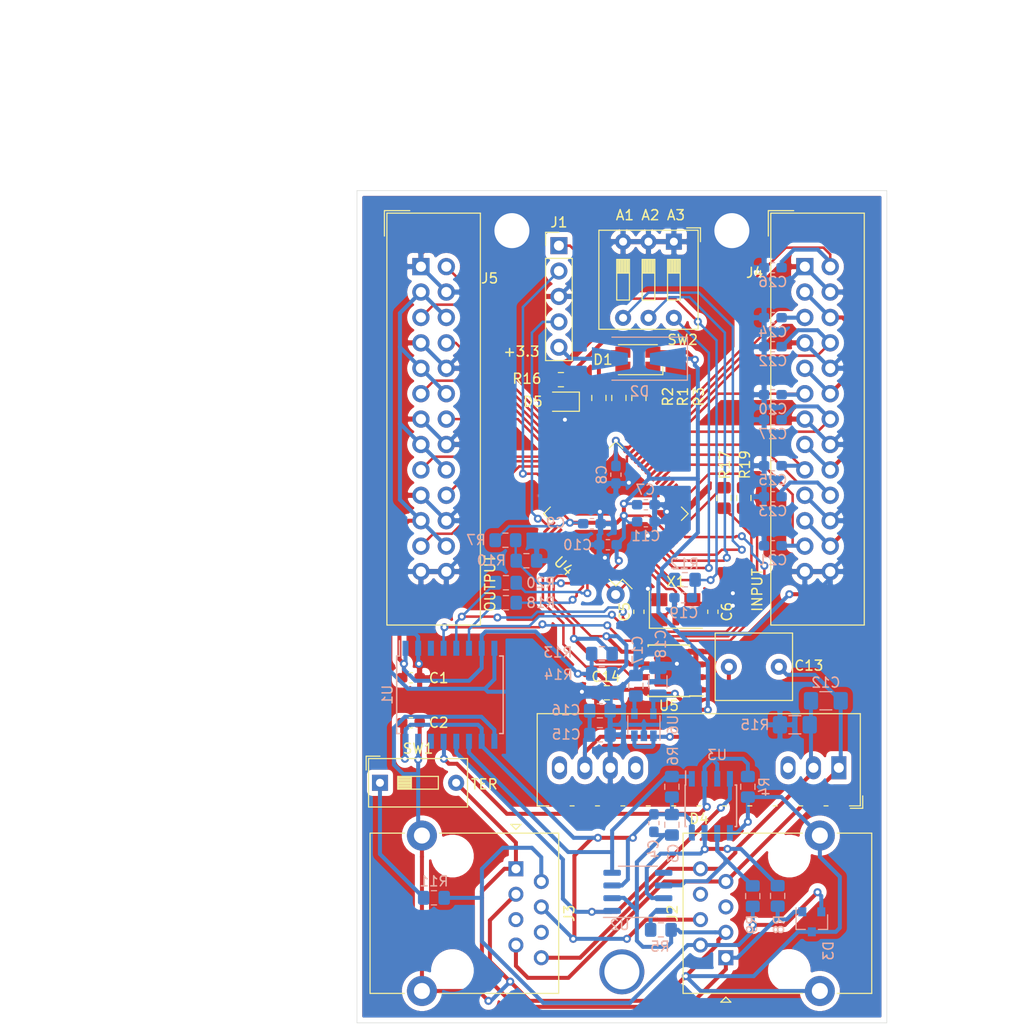
<source format=kicad_pcb>
(kicad_pcb (version 20171130) (host pcbnew "(5.1.0)-1")
  (layers (0 F.Cu signal) (31 B.Cu signal) (34 B.Paste user) (35 F.Paste user) (36 B.SilkS user) (37 F.SilkS user) (38 B.Mask user) (39 F.Mask user) (44 Edge.Cuts user))
  (net 0 "")
  (net 1 GNDD)
  (net 2 VPP)
  (net 3 /GND_5v_IN_ISO)
  (net 4 /+5v_IN_ISO)
  (net 5 /1_CX_IN)
  (net 6 /1_CX_OUT)
  (net 7 /IN_+24v)
  (net 8 /IN_GND_24v)
  (net 9 +5V)
  (net 10 "Net-(C17-Pad1)")
  (net 11 "Net-(D1-Pad1)")
  (net 12 "Net-(D1-Pad2)")
  (net 13 "Net-(D1-Pad3)")
  (net 14 "Net-(D2-Pad2)")
  (net 15 "Net-(D5-Pad2)")
  (net 16 /RESET)
  (net 17 /SWDIO)
  (net 18 /SWDCL)
  (net 19 /B_ISO)
  (net 20 /A_ISO)
  (net 21 /G)
  (net 22 /R)
  (net 23 /B)
  (net 24 /DE_ISO)
  (net 25 "Net-(R5-Pad2)")
  (net 26 /RX_ISO)
  (net 27 "Net-(R10-Pad2)")
  (net 28 "Net-(R11-Pad2)")
  (net 29 /DE)
  (net 30 /TX)
  (net 31 /RX)
  (net 32 /TX_ISO)
  (net 33 /IN4)
  (net 34 /IN8)
  (net 35 /IN3)
  (net 36 /IN7)
  (net 37 /IN2)
  (net 38 /IN6)
  (net 39 /IN1)
  (net 40 /IN5)
  (net 41 /OUT1)
  (net 42 /OUT2)
  (net 43 /OUT3)
  (net 44 /OUT4)
  (net 45 /OUT5)
  (net 46 /OUT6)
  (net 47 /OUT7)
  (net 48 /OUT8)
  (net 49 /SCL)
  (net 50 /SDA)
  (net 51 "Net-(R17-Pad2)")
  (net 52 "Net-(R18-Pad2)")
  (net 53 "Net-(R19-Pad2)")
  (net 54 "Net-(R20-Pad2)")
  (net 55 "Net-(SW2-Pad4)")
  (net 56 "Net-(SW2-Pad5)")
  (net 57 "Net-(SW2-Pad6)")
  (net 58 /WP)
  (net 59 "Net-(R8-Pad1)")
  (net 60 "Net-(R9-Pad1)")
  (module Connector_RJ:RJ45_Ninigi_GE (layer F.Cu) (at 126.9 113.59 90)
    (fp_text reference J2 (at 4.445 -5.34 90) (layer F.SilkS))
    (fp_text value RJ45_Shielded)
    (pad 6 thru_hole circle (at 6.35 -2.54 270) (size 1.5 1.5) (drill 0.9) (layers *.Cu *.Mask))
    (pad 8 thru_hole circle (at 8.89 -2.54 270) (size 1.5 1.5) (drill 0.9) (layers *.Cu *.Mask) (net 8 /IN_GND_24v))
    (pad SH thru_hole circle (at -3.325 9.4 90) (size 3 3) (drill 1.6) (layers *.Cu *.Mask) (net 3 /GND_5v_IN_ISO))
    (pad 2 thru_hole circle (at 1.27 -2.54 270) (size 1.5 1.5) (drill 0.9) (layers *.Cu *.Mask) (net 20 /A_ISO))
    (pad 1 thru_hole rect (at 0 0 270) (size 1.5 1.5) (drill 0.9) (layers *.Cu *.Mask) (net 19 /B_ISO))
    (pad 7 thru_hole circle (at 7.62 0 270) (size 1.5 1.5) (drill 0.9) (layers *.Cu *.Mask) (net 7 /IN_+24v))
    (pad 4 thru_hole circle (at 3.81 -2.54 270) (size 1.5 1.5) (drill 0.9) (layers *.Cu *.Mask) (net 4 /+5v_IN_ISO))
    (pad 5 thru_hole circle (at 5.08 0 270) (size 1.5 1.5) (drill 0.9) (layers *.Cu *.Mask))
    (pad 3 thru_hole circle (at 2.54 0 270) (size 1.5 1.5) (drill 0.9) (layers *.Cu *.Mask) (net 3 /GND_5v_IN_ISO))
    (pad "" np_thru_hole circle (at -1.27 6.35 90) (size 3.25 3.25) (drill 3.25) (layers *.Cu *.Mask))
    (pad SH thru_hole circle (at 12.215 9.4 270) (size 3 3) (drill 1.6) (layers *.Cu *.Mask) (net 3 /GND_5v_IN_ISO))
    (pad "" np_thru_hole circle (at 10.16 6.35 270) (size 3.25 3.25) (drill 3.25) (layers *.Cu *.Mask))
  )
  (module Connector_IDC:IDC-Header_2x13_P2.54mm_Vertical (layer F.Cu) (at 96.4 44.5)
    (fp_text reference J5 (at 6.87 1.17) (layer F.SilkS))
    (fp_text value Conn_02x13_Odd_Even)
    (pad 26 thru_hole oval (at 2.54 30.48) (size 1.7272 1.7272) (drill 1.016) (layers *.Cu *.Mask) (net 1 GNDD))
    (pad 25 thru_hole oval (at 0 30.48) (size 1.7272 1.7272) (drill 1.016) (layers *.Cu *.Mask) (net 1 GNDD))
    (pad 24 thru_hole oval (at 2.54 27.94) (size 1.7272 1.7272) (drill 1.016) (layers *.Cu *.Mask) (net 2 VPP))
    (pad 23 thru_hole oval (at 0 27.94) (size 1.7272 1.7272) (drill 1.016) (layers *.Cu *.Mask) (net 48 /OUT8))
    (pad 22 thru_hole oval (at 2.54 25.4) (size 1.7272 1.7272) (drill 1.016) (layers *.Cu *.Mask) (net 1 GNDD))
    (pad 21 thru_hole oval (at 0 25.4) (size 1.7272 1.7272) (drill 1.016) (layers *.Cu *.Mask) (net 2 VPP))
    (pad 20 thru_hole oval (at 2.54 22.86) (size 1.7272 1.7272) (drill 1.016) (layers *.Cu *.Mask) (net 47 /OUT7))
    (pad 19 thru_hole oval (at 0 22.86) (size 1.7272 1.7272) (drill 1.016) (layers *.Cu *.Mask) (net 1 GNDD))
    (pad 18 thru_hole oval (at 2.54 20.32) (size 1.7272 1.7272) (drill 1.016) (layers *.Cu *.Mask) (net 2 VPP))
    (pad 17 thru_hole oval (at 0 20.32) (size 1.7272 1.7272) (drill 1.016) (layers *.Cu *.Mask) (net 46 /OUT6))
    (pad 16 thru_hole oval (at 2.54 17.78) (size 1.7272 1.7272) (drill 1.016) (layers *.Cu *.Mask) (net 1 GNDD))
    (pad 15 thru_hole oval (at 0 17.78) (size 1.7272 1.7272) (drill 1.016) (layers *.Cu *.Mask) (net 2 VPP))
    (pad 14 thru_hole oval (at 2.54 15.24) (size 1.7272 1.7272) (drill 1.016) (layers *.Cu *.Mask) (net 45 /OUT5))
    (pad 13 thru_hole oval (at 0 15.24) (size 1.7272 1.7272) (drill 1.016) (layers *.Cu *.Mask) (net 1 GNDD))
    (pad 12 thru_hole oval (at 2.54 12.7) (size 1.7272 1.7272) (drill 1.016) (layers *.Cu *.Mask) (net 2 VPP))
    (pad 11 thru_hole oval (at 0 12.7) (size 1.7272 1.7272) (drill 1.016) (layers *.Cu *.Mask) (net 44 /OUT4))
    (pad 10 thru_hole oval (at 2.54 10.16) (size 1.7272 1.7272) (drill 1.016) (layers *.Cu *.Mask) (net 1 GNDD))
    (pad 9 thru_hole oval (at 0 10.16) (size 1.7272 1.7272) (drill 1.016) (layers *.Cu *.Mask) (net 2 VPP))
    (pad 8 thru_hole oval (at 2.54 7.62) (size 1.7272 1.7272) (drill 1.016) (layers *.Cu *.Mask) (net 43 /OUT3))
    (pad 7 thru_hole oval (at 0 7.62) (size 1.7272 1.7272) (drill 1.016) (layers *.Cu *.Mask) (net 1 GNDD))
    (pad 6 thru_hole oval (at 2.54 5.08) (size 1.7272 1.7272) (drill 1.016) (layers *.Cu *.Mask) (net 2 VPP))
    (pad 5 thru_hole oval (at 0 5.08) (size 1.7272 1.7272) (drill 1.016) (layers *.Cu *.Mask) (net 42 /OUT2))
    (pad 4 thru_hole oval (at 2.54 2.54) (size 1.7272 1.7272) (drill 1.016) (layers *.Cu *.Mask) (net 1 GNDD))
    (pad 3 thru_hole oval (at 0 2.54) (size 1.7272 1.7272) (drill 1.016) (layers *.Cu *.Mask) (net 2 VPP))
    (pad 2 thru_hole oval (at 2.54 0) (size 1.7272 1.7272) (drill 1.016) (layers *.Cu *.Mask) (net 41 /OUT1))
    (pad 1 thru_hole rect (at 0 0) (size 1.7272 1.7272) (drill 1.016) (layers *.Cu *.Mask) (net 1 GNDD))
  )
  (module Converter_DCDC:Converter_DCDC_AM3F-xxxxSH52Z_THT (layer F.Cu) (at 138.2 94.6 180)
    (fp_text reference D4 (at 13.98 -5.099 180) (layer F.SilkS))
    (fp_text value AM3F-xxxxSH52Z)
    (pad 12 thru_hole oval (at 27.94 0 180) (size 1.5 2.3) (drill 1) (layers *.Cu *.Mask))
    (pad 11 thru_hole oval (at 25.4 0 180) (size 1.5 2.3) (drill 1) (layers *.Cu *.Mask) (net 9 +5V))
    (pad 10 thru_hole oval (at 22.86 0 180) (size 1.5 2.3) (drill 1) (layers *.Cu *.Mask) (net 1 GNDD))
    (pad 9 thru_hole oval (at 20.32 0 180) (size 1.5 2.3) (drill 1) (layers *.Cu *.Mask))
    (pad 3 thru_hole oval (at 5.08 0 180) (size 1.5 2.3) (drill 1) (layers *.Cu *.Mask))
    (pad 2 thru_hole oval (at 2.54 0 180) (size 1.5 2.3) (drill 1) (layers *.Cu *.Mask) (net 8 /IN_GND_24v))
    (pad 1 thru_hole rect (at 0 0 180) (size 1.5 2.3) (drill 1) (layers *.Cu *.Mask) (net 7 /IN_+24v))
  )
  (module Connector_RJ:RJ45_Ninigi_GE (layer F.Cu) (at 105.9 104.7 270)
    (fp_text reference J3 (at 4.445 -5.34 270) (layer F.SilkS))
    (fp_text value RJ45_Shielded)
    (pad 6 thru_hole circle (at 6.35 -2.54 90) (size 1.5 1.5) (drill 0.9) (layers *.Cu *.Mask))
    (pad 8 thru_hole circle (at 8.89 -2.54 90) (size 1.5 1.5) (drill 0.9) (layers *.Cu *.Mask) (net 8 /IN_GND_24v))
    (pad SH thru_hole circle (at -3.325 9.4 270) (size 3 3) (drill 1.6) (layers *.Cu *.Mask) (net 3 /GND_5v_IN_ISO))
    (pad 2 thru_hole circle (at 1.27 -2.54 90) (size 1.5 1.5) (drill 0.9) (layers *.Cu *.Mask) (net 20 /A_ISO))
    (pad 1 thru_hole rect (at 0 0 90) (size 1.5 1.5) (drill 0.9) (layers *.Cu *.Mask) (net 19 /B_ISO))
    (pad 7 thru_hole circle (at 7.62 0 90) (size 1.5 1.5) (drill 0.9) (layers *.Cu *.Mask) (net 7 /IN_+24v))
    (pad 4 thru_hole circle (at 3.81 -2.54 90) (size 1.5 1.5) (drill 0.9) (layers *.Cu *.Mask) (net 4 /+5v_IN_ISO))
    (pad 5 thru_hole circle (at 5.08 0 90) (size 1.5 1.5) (drill 0.9) (layers *.Cu *.Mask))
    (pad 3 thru_hole circle (at 2.54 0 90) (size 1.5 1.5) (drill 0.9) (layers *.Cu *.Mask) (net 3 /GND_5v_IN_ISO))
    (pad "" np_thru_hole circle (at -1.27 6.35 270) (size 3.25 3.25) (drill 3.25) (layers *.Cu *.Mask))
    (pad SH thru_hole circle (at 12.215 9.4 90) (size 3 3) (drill 1.6) (layers *.Cu *.Mask) (net 3 /GND_5v_IN_ISO))
    (pad "" np_thru_hole circle (at 10.16 6.35 90) (size 3.25 3.25) (drill 3.25) (layers *.Cu *.Mask))
  )
  (module Capacitor_SMD:C_0603_1608Metric_Pad1.05x0.95mm_HandSolder (layer F.Cu) (at 95.4 85.6 180)
    (fp_text reference C1 (at -2.78 -0.03 180) (layer F.SilkS))
    (fp_text value "0.1 mkf")
    (pad 2 smd roundrect (at 0.875 0 180) (size 1.05 0.95) (layers F.Cu F.Paste F.Mask) (net 2 VPP))
    (pad 1 smd roundrect (at -0.875 0 180) (size 1.05 0.95) (layers F.Cu F.Paste F.Mask) (net 1 GNDD))
  )
  (module Capacitor_SMD:C_0603_1608Metric_Pad1.05x0.95mm_HandSolder (layer F.Cu) (at 95.4 90.1)
    (fp_text reference C2 (at 2.78 -0.01) (layer F.SilkS))
    (fp_text value "0.1 mkf")
    (pad 2 smd roundrect (at 0.875 0) (size 1.05 0.95) (layers F.Cu F.Paste F.Mask) (net 3 /GND_5v_IN_ISO))
    (pad 1 smd roundrect (at -0.875 0) (size 1.05 0.95) (layers F.Cu F.Paste F.Mask) (net 4 /+5v_IN_ISO))
  )
  (module Capacitor_SMD:C_0805_2012Metric_Pad1.15x1.40mm_HandSolder (layer B.Cu) (at 121.5 100.3 270)
    (fp_text reference C3 (at 2.85 -0.14 270) (layer B.SilkS) (effects (justify mirror)))
    (fp_text value "10 mkf")
    (pad 2 smd roundrect (at 1.025 0 270) (size 1.15 1.4) (layers B.Cu B.Paste B.Mask) (roundrect_rratio 0.217391) (net 3 /GND_5v_IN_ISO))
    (pad 1 smd roundrect (at -1.025 0 270) (size 1.15 1.4) (layers B.Cu B.Paste B.Mask) (roundrect_rratio 0.217391) (net 4 /+5v_IN_ISO))
  )
  (module Capacitor_SMD:C_0603_1608Metric_Pad1.05x0.95mm_HandSolder (layer B.Cu) (at 119.7 100.125 270)
    (fp_text reference C4 (at 2.605 0.05 270) (layer B.SilkS) (effects (justify mirror)))
    (fp_text value "0.1 mkf")
    (pad 2 smd roundrect (at 0.875 0 270) (size 1.05 0.95) (layers B.Cu B.Paste B.Mask) (net 3 /GND_5v_IN_ISO))
    (pad 1 smd roundrect (at -0.875 0 270) (size 1.05 0.95) (layers B.Cu B.Paste B.Mask) (net 4 /+5v_IN_ISO))
  )
  (module Capacitor_SMD:C_0603_1608Metric_Pad1.05x0.95mm_HandSolder (layer F.Cu) (at 118.2 79 90)
    (fp_text reference C5 (at 0 -1.43 90) (layer F.SilkS))
    (fp_text value "22 pf")
    (pad 2 smd roundrect (at 0.875 0 90) (size 1.05 0.95) (layers F.Cu F.Paste F.Mask) (net 1 GNDD))
    (pad 1 smd roundrect (at -0.875 0 90) (size 1.05 0.95) (layers F.Cu F.Paste F.Mask) (net 5 /1_CX_IN))
  )
  (module Capacitor_SMD:C_0603_1608Metric_Pad1.05x0.95mm_HandSolder (layer F.Cu) (at 125.6 79 90)
    (fp_text reference C6 (at 0 1.4 90) (layer F.SilkS))
    (fp_text value "22 pf")
    (pad 2 smd roundrect (at 0.875 0 90) (size 1.05 0.95) (layers F.Cu F.Paste F.Mask) (net 6 /1_CX_OUT))
    (pad 1 smd roundrect (at -0.875 0 90) (size 1.05 0.95) (layers F.Cu F.Paste F.Mask) (net 1 GNDD))
  )
  (module Capacitor_SMD:C_0603_1608Metric_Pad1.05x0.95mm_HandSolder (layer B.Cu) (at 118.9 68.3)
    (fp_text reference C7 (at -0.05 -1.5) (layer B.SilkS) (effects (justify mirror)))
    (fp_text value "0.1 mkf")
    (pad 2 smd roundrect (at 0.875 0) (size 1.05 0.95) (layers B.Cu B.Paste B.Mask) (net 1 GNDD))
    (pad 1 smd roundrect (at -0.875 0) (size 1.05 0.95) (layers B.Cu B.Paste B.Mask) (net 2 VPP))
  )
  (module Capacitor_SMD:C_0603_1608Metric_Pad1.05x0.95mm_HandSolder (layer B.Cu) (at 115.9 65.3 270)
    (fp_text reference C8 (at 0 1.43 270) (layer B.SilkS) (effects (justify mirror)))
    (fp_text value "0.1 mkf")
    (pad 2 smd roundrect (at 0.875 0 270) (size 1.05 0.95) (layers B.Cu B.Paste B.Mask) (net 1 GNDD))
    (pad 1 smd roundrect (at -0.875 0 270) (size 1.05 0.95) (layers B.Cu B.Paste B.Mask) (net 2 VPP))
  )
  (module Capacitor_SMD:C_0603_1608Metric_Pad1.05x0.95mm_HandSolder (layer B.Cu) (at 113.5 70.2)
    (fp_text reference C9 (at -3.63 -0.08) (layer B.SilkS) (effects (justify mirror)))
    (fp_text value "0.1 mkf")
    (pad 2 smd roundrect (at 0.875 0) (size 1.05 0.95) (layers B.Cu B.Paste B.Mask) (net 1 GNDD))
    (pad 1 smd roundrect (at -0.875 0) (size 1.05 0.95) (layers B.Cu B.Paste B.Mask) (net 2 VPP))
  )
  (module Capacitor_SMD:C_0603_1608Metric_Pad1.05x0.95mm_HandSolder (layer B.Cu) (at 115.1 72.3 180)
    (fp_text reference C10 (at 3.03 -0.02 180) (layer B.SilkS) (effects (justify mirror)))
    (fp_text value "0.1 mkf")
    (pad 2 smd roundrect (at 0.875 0 180) (size 1.05 0.95) (layers B.Cu B.Paste B.Mask) (net 1 GNDD))
    (pad 1 smd roundrect (at -0.875 0 180) (size 1.05 0.95) (layers B.Cu B.Paste B.Mask) (net 2 VPP))
  )
  (module Capacitor_SMD:C_0603_1608Metric_Pad1.05x0.95mm_HandSolder (layer B.Cu) (at 118.9 70)
    (fp_text reference C11 (at 0 1.43) (layer B.SilkS) (effects (justify mirror)))
    (fp_text value "0.1 mkf")
    (pad 2 smd roundrect (at 0.875 0) (size 1.05 0.95) (layers B.Cu B.Paste B.Mask) (net 1 GNDD))
    (pad 1 smd roundrect (at -0.875 0) (size 1.05 0.95) (layers B.Cu B.Paste B.Mask) (net 2 VPP))
  )
  (module Capacitor_SMD:C_1206_3216Metric_Pad1.42x1.75mm_HandSolder (layer B.Cu) (at 136.9 87.9 180)
    (fp_text reference C12 (at 0 1.82 180) (layer B.SilkS) (effects (justify mirror)))
    (fp_text value "4.7 mkf 50v")
    (pad 2 smd roundrect (at 1.4875 0 180) (size 1.425 1.75) (layers B.Cu B.Paste B.Mask) (roundrect_rratio 0.175439) (net 8 /IN_GND_24v))
    (pad 1 smd roundrect (at -1.4875 0 180) (size 1.425 1.75) (layers B.Cu B.Paste B.Mask) (roundrect_rratio 0.175439) (net 7 /IN_+24v))
  )
  (module Capacitor_THT:C_Rect_L7.5mm_W6.5mm_P5.00mm (layer F.Cu) (at 127.2 84.5)
    (fp_text reference C13 (at 8 -0.12) (layer F.SilkS))
    (fp_text value "1 nf 2KVDC")
    (pad 2 thru_hole circle (at 5 0) (size 1.6 1.6) (drill 0.8) (layers *.Cu *.Mask) (net 7 /IN_+24v))
    (pad 1 thru_hole circle (at 0 0) (size 1.6 1.6) (drill 0.8) (layers *.Cu *.Mask) (net 9 +5V))
  )
  (module Capacitor_SMD:C_0805_2012Metric_Pad1.15x1.40mm_HandSolder (layer F.Cu) (at 115 87.1 180)
    (fp_text reference C14 (at 0.1 1.6 180) (layer F.SilkS))
    (fp_text value "10 mkf")
    (pad 2 smd roundrect (at 1.025 0 180) (size 1.15 1.4) (layers F.Cu F.Paste F.Mask) (roundrect_rratio 0.217391) (net 1 GNDD))
    (pad 1 smd roundrect (at -1.025 0 180) (size 1.15 1.4) (layers F.Cu F.Paste F.Mask) (roundrect_rratio 0.217391) (net 2 VPP))
  )
  (module Capacitor_SMD:C_0805_2012Metric_Pad1.15x1.40mm_HandSolder (layer B.Cu) (at 114.3 91.3)
    (fp_text reference C15 (at -3.36 -0.03) (layer B.SilkS) (effects (justify mirror)))
    (fp_text value "10 mkf")
    (pad 2 smd roundrect (at 1.025 0) (size 1.15 1.4) (layers B.Cu B.Paste B.Mask) (roundrect_rratio 0.217391) (net 1 GNDD))
    (pad 1 smd roundrect (at -1.025 0) (size 1.15 1.4) (layers B.Cu B.Paste B.Mask) (roundrect_rratio 0.217391) (net 9 +5V))
  )
  (module Capacitor_SMD:C_0805_2012Metric_Pad1.15x1.40mm_HandSolder (layer B.Cu) (at 114.3 88.9)
    (fp_text reference C16 (at -3.4 -0.06) (layer B.SilkS) (effects (justify mirror)))
    (fp_text value "0.1 mkf")
    (pad 2 smd roundrect (at 1.025 0) (size 1.15 1.4) (layers B.Cu B.Paste B.Mask) (roundrect_rratio 0.217391) (net 1 GNDD))
    (pad 1 smd roundrect (at -1.025 0) (size 1.15 1.4) (layers B.Cu B.Paste B.Mask) (roundrect_rratio 0.217391) (net 9 +5V))
  )
  (module Capacitor_SMD:C_0805_2012Metric_Pad1.15x1.40mm_HandSolder (layer B.Cu) (at 117.9 86.4 90)
    (fp_text reference C17 (at 3.57 0.17 90) (layer B.SilkS) (effects (justify mirror)))
    (fp_text value "0.01 mkf")
    (pad 2 smd roundrect (at 1.025 0 90) (size 1.15 1.4) (layers B.Cu B.Paste B.Mask) (roundrect_rratio 0.217391) (net 1 GNDD))
    (pad 1 smd roundrect (at -1.025 0 90) (size 1.15 1.4) (layers B.Cu B.Paste B.Mask) (roundrect_rratio 0.217391) (net 10 "Net-(C17-Pad1)"))
  )
  (module Capacitor_SMD:C_1206_3216Metric (layer B.Cu) (at 120.1 86 90)
    (fp_text reference C18 (at 3.78 0.29 90) (layer B.SilkS) (effects (justify mirror)))
    (fp_text value "2.2 mkf")
    (pad 2 smd roundrect (at 1.4 0 90) (size 1.25 1.75) (layers B.Cu B.Paste B.Mask) (roundrect_rratio 0.2) (net 1 GNDD))
    (pad 1 smd roundrect (at -1.4 0 90) (size 1.25 1.75) (layers B.Cu B.Paste B.Mask) (roundrect_rratio 0.2) (net 2 VPP))
  )
  (module LED_SMD:LED_Avago_PLCC4_3.2x2.8mm_CW (layer F.Cu) (at 118.1 53.8 180)
    (fp_text reference D1 (at 3.5 0 180) (layer F.SilkS))
    (fp_text value Led_RGB_CA_2)
    (pad 4 smd rect (at -1.5 0.75 180) (size 1.5 1.1) (layers F.Cu F.Paste F.Mask) (net 2 VPP))
    (pad 3 smd rect (at 1.5 0.75 180) (size 1.5 1.1) (layers F.Cu F.Paste F.Mask) (net 13 "Net-(D1-Pad3)"))
    (pad 2 smd rect (at 1.5 -0.75 180) (size 1.5 1.1) (layers F.Cu F.Paste F.Mask) (net 12 "Net-(D1-Pad2)"))
    (pad 1 smd rect (at -1.5 -0.75 180) (size 1.5 1.1) (layers F.Cu F.Paste F.Mask) (net 11 "Net-(D1-Pad1)"))
  )
  (module Diode_SMD:D_SMA-SMB_Universal_Handsoldering (layer B.Cu) (at 118.2 53.7 180)
    (fp_text reference D2 (at -0.07 -3.27 180) (layer B.SilkS) (effects (justify mirror)))
    (fp_text value D_Schottky_Small)
    (pad 2 smd trapezoid (at 2.9 0) (size 3.6 1.7) (rect_delta 0.6 0) (layers B.Cu B.Paste B.Mask) (net 14 "Net-(D2-Pad2)"))
    (pad 1 smd trapezoid (at -2.9 0 180) (size 3.6 1.7) (rect_delta 0.6 0) (layers B.Cu B.Paste B.Mask) (net 2 VPP))
  )
  (module Package_TO_SOT_SMD:SOT-23 (layer B.Cu) (at 135.5 110 270)
    (fp_text reference D3 (at 2.89 -1.66 270) (layer B.SilkS) (effects (justify mirror)))
    (fp_text value SM712)
    (pad 3 smd rect (at 1 0 270) (size 0.9 0.8) (layers B.Cu B.Paste B.Mask) (net 3 /GND_5v_IN_ISO))
    (pad 2 smd rect (at -1 -0.95 270) (size 0.9 0.8) (layers B.Cu B.Paste B.Mask) (net 20 /A_ISO))
    (pad 1 smd rect (at -1 0.95 270) (size 0.9 0.8) (layers B.Cu B.Paste B.Mask) (net 19 /B_ISO))
  )
  (module LED_SMD:LED_0805_2012Metric (layer F.Cu) (at 110.5625 58 180)
    (fp_text reference D5 (at 2.9625 0 180) (layer F.SilkS))
    (fp_text value LED)
    (pad 2 smd roundrect (at 0.9375 0 180) (size 0.975 1.4) (layers F.Cu F.Paste F.Mask) (net 15 "Net-(D5-Pad2)"))
    (pad 1 smd roundrect (at -0.9375 0 180) (size 0.975 1.4) (layers F.Cu F.Paste F.Mask) (net 1 GNDD))
  )
  (module Connector_PinHeader_2.54mm:PinHeader_1x05_P2.54mm_Vertical (layer F.Cu) (at 110.2 42.4)
    (fp_text reference J1 (at 0 -2.33) (layer F.SilkS))
    (fp_text value Conn_01x05)
    (pad 5 thru_hole oval (at 0 10.16) (size 1.7 1.7) (drill 1) (layers *.Cu *.Mask) (net 14 "Net-(D2-Pad2)"))
    (pad 4 thru_hole oval (at 0 7.62) (size 1.7 1.7) (drill 1) (layers *.Cu *.Mask) (net 18 /SWDCL))
    (pad 3 thru_hole oval (at 0 5.08) (size 1.7 1.7) (drill 1) (layers *.Cu *.Mask) (net 1 GNDD))
    (pad 2 thru_hole oval (at 0 2.54) (size 1.7 1.7) (drill 1) (layers *.Cu *.Mask) (net 17 /SWDIO))
    (pad 1 thru_hole rect (at 0 0) (size 1.7 1.7) (drill 1) (layers *.Cu *.Mask) (net 16 /RESET))
  )
  (module Connector_IDC:IDC-Header_2x13_P2.54mm_Vertical (layer F.Cu) (at 134.8 44.5)
    (fp_text reference J4 (at -5.02 0.61) (layer F.SilkS))
    (fp_text value Conn_02x13_Odd_Even)
    (pad 26 thru_hole oval (at 2.54 30.48) (size 1.7272 1.7272) (drill 1.016) (layers *.Cu *.Mask) (net 1 GNDD))
    (pad 25 thru_hole oval (at 0 30.48) (size 1.7272 1.7272) (drill 1.016) (layers *.Cu *.Mask) (net 1 GNDD))
    (pad 24 thru_hole oval (at 2.54 27.94) (size 1.7272 1.7272) (drill 1.016) (layers *.Cu *.Mask) (net 2 VPP))
    (pad 23 thru_hole oval (at 0 27.94) (size 1.7272 1.7272) (drill 1.016) (layers *.Cu *.Mask) (net 34 /IN8))
    (pad 22 thru_hole oval (at 2.54 25.4) (size 1.7272 1.7272) (drill 1.016) (layers *.Cu *.Mask) (net 1 GNDD))
    (pad 21 thru_hole oval (at 0 25.4) (size 1.7272 1.7272) (drill 1.016) (layers *.Cu *.Mask) (net 2 VPP))
    (pad 20 thru_hole oval (at 2.54 22.86) (size 1.7272 1.7272) (drill 1.016) (layers *.Cu *.Mask) (net 36 /IN7))
    (pad 19 thru_hole oval (at 0 22.86) (size 1.7272 1.7272) (drill 1.016) (layers *.Cu *.Mask) (net 1 GNDD))
    (pad 18 thru_hole oval (at 2.54 20.32) (size 1.7272 1.7272) (drill 1.016) (layers *.Cu *.Mask) (net 2 VPP))
    (pad 17 thru_hole oval (at 0 20.32) (size 1.7272 1.7272) (drill 1.016) (layers *.Cu *.Mask) (net 38 /IN6))
    (pad 16 thru_hole oval (at 2.54 17.78) (size 1.7272 1.7272) (drill 1.016) (layers *.Cu *.Mask) (net 1 GNDD))
    (pad 15 thru_hole oval (at 0 17.78) (size 1.7272 1.7272) (drill 1.016) (layers *.Cu *.Mask) (net 2 VPP))
    (pad 14 thru_hole oval (at 2.54 15.24) (size 1.7272 1.7272) (drill 1.016) (layers *.Cu *.Mask) (net 40 /IN5))
    (pad 13 thru_hole oval (at 0 15.24) (size 1.7272 1.7272) (drill 1.016) (layers *.Cu *.Mask) (net 1 GNDD))
    (pad 12 thru_hole oval (at 2.54 12.7) (size 1.7272 1.7272) (drill 1.016) (layers *.Cu *.Mask) (net 2 VPP))
    (pad 11 thru_hole oval (at 0 12.7) (size 1.7272 1.7272) (drill 1.016) (layers *.Cu *.Mask) (net 33 /IN4))
    (pad 10 thru_hole oval (at 2.54 10.16) (size 1.7272 1.7272) (drill 1.016) (layers *.Cu *.Mask) (net 1 GNDD))
    (pad 9 thru_hole oval (at 0 10.16) (size 1.7272 1.7272) (drill 1.016) (layers *.Cu *.Mask) (net 2 VPP))
    (pad 8 thru_hole oval (at 2.54 7.62) (size 1.7272 1.7272) (drill 1.016) (layers *.Cu *.Mask) (net 35 /IN3))
    (pad 7 thru_hole oval (at 0 7.62) (size 1.7272 1.7272) (drill 1.016) (layers *.Cu *.Mask) (net 1 GNDD))
    (pad 6 thru_hole oval (at 2.54 5.08) (size 1.7272 1.7272) (drill 1.016) (layers *.Cu *.Mask) (net 2 VPP))
    (pad 5 thru_hole oval (at 0 5.08) (size 1.7272 1.7272) (drill 1.016) (layers *.Cu *.Mask) (net 37 /IN2))
    (pad 4 thru_hole oval (at 2.54 2.54) (size 1.7272 1.7272) (drill 1.016) (layers *.Cu *.Mask) (net 1 GNDD))
    (pad 3 thru_hole oval (at 0 2.54) (size 1.7272 1.7272) (drill 1.016) (layers *.Cu *.Mask) (net 2 VPP))
    (pad 2 thru_hole oval (at 2.54 0) (size 1.7272 1.7272) (drill 1.016) (layers *.Cu *.Mask) (net 39 /IN1))
    (pad 1 thru_hole rect (at 0 0) (size 1.7272 1.7272) (drill 1.016) (layers *.Cu *.Mask) (net 1 GNDD))
  )
  (module Resistor_SMD:R_0805_2012Metric_Pad1.15x1.40mm_HandSolder (layer F.Cu) (at 116.2 57.625 90)
    (fp_text reference R1 (at 0.125 6.4 90) (layer F.SilkS))
    (fp_text value 1k)
    (pad 2 smd roundrect (at 1.025 0 90) (size 1.15 1.4) (layers F.Cu F.Paste F.Mask) (roundrect_rratio 0.217391) (net 12 "Net-(D1-Pad2)"))
    (pad 1 smd roundrect (at -1.025 0 90) (size 1.15 1.4) (layers F.Cu F.Paste F.Mask) (roundrect_rratio 0.217391) (net 21 /G))
  )
  (module Resistor_SMD:R_0805_2012Metric_Pad1.15x1.40mm_HandSolder (layer F.Cu) (at 114.2 57.625 90)
    (fp_text reference R2 (at 0.125 6.9 90) (layer F.SilkS))
    (fp_text value "750 Om")
    (pad 2 smd roundrect (at 1.025 0 90) (size 1.15 1.4) (layers F.Cu F.Paste F.Mask) (roundrect_rratio 0.217391) (net 13 "Net-(D1-Pad3)"))
    (pad 1 smd roundrect (at -1.025 0 90) (size 1.15 1.4) (layers F.Cu F.Paste F.Mask) (roundrect_rratio 0.217391) (net 22 /R))
  )
  (module Resistor_SMD:R_0805_2012Metric_Pad1.15x1.40mm_HandSolder (layer F.Cu) (at 118.2 57.625 90)
    (fp_text reference R3 (at 0.125 6 90) (layer F.SilkS))
    (fp_text value 1.5k)
    (pad 2 smd roundrect (at 1.025 0 90) (size 1.15 1.4) (layers F.Cu F.Paste F.Mask) (roundrect_rratio 0.217391) (net 11 "Net-(D1-Pad1)"))
    (pad 1 smd roundrect (at -1.025 0 90) (size 1.15 1.4) (layers F.Cu F.Paste F.Mask) (roundrect_rratio 0.217391) (net 23 /B))
  )
  (module Resistor_SMD:R_0805_2012Metric_Pad1.15x1.40mm_HandSolder (layer B.Cu) (at 129.1 96.5 90)
    (fp_text reference R4 (at 0 1.65 90) (layer B.SilkS) (effects (justify mirror)))
    (fp_text value 10k)
    (pad 2 smd roundrect (at 1.025 0 90) (size 1.15 1.4) (layers B.Cu B.Paste B.Mask) (roundrect_rratio 0.217391) (net 24 /DE_ISO))
    (pad 1 smd roundrect (at -1.025 0 90) (size 1.15 1.4) (layers B.Cu B.Paste B.Mask) (roundrect_rratio 0.217391) (net 3 /GND_5v_IN_ISO))
  )
  (module Resistor_SMD:R_0805_2012Metric_Pad1.15x1.40mm_HandSolder (layer B.Cu) (at 120.4 110.8 180)
    (fp_text reference R5 (at 0.09 -1.67 180) (layer B.SilkS) (effects (justify mirror)))
    (fp_text value 10k)
    (pad 2 smd roundrect (at 1.025 0 180) (size 1.15 1.4) (layers B.Cu B.Paste B.Mask) (roundrect_rratio 0.217391) (net 25 "Net-(R5-Pad2)"))
    (pad 1 smd roundrect (at -1.025 0 180) (size 1.15 1.4) (layers B.Cu B.Paste B.Mask) (roundrect_rratio 0.217391) (net 3 /GND_5v_IN_ISO))
  )
  (module Resistor_SMD:R_0805_2012Metric_Pad1.15x1.40mm_HandSolder (layer B.Cu) (at 121.5 96.5 270)
    (fp_text reference R6 (at -3.09 -0.1 270) (layer B.SilkS) (effects (justify mirror)))
    (fp_text value 10k)
    (pad 2 smd roundrect (at 1.025 0 270) (size 1.15 1.4) (layers B.Cu B.Paste B.Mask) (roundrect_rratio 0.217391) (net 4 /+5v_IN_ISO))
    (pad 1 smd roundrect (at -1.025 0 270) (size 1.15 1.4) (layers B.Cu B.Paste B.Mask) (roundrect_rratio 0.217391) (net 26 /RX_ISO))
  )
  (module Resistor_SMD:R_0805_2012Metric_Pad1.15x1.40mm_HandSolder (layer B.Cu) (at 104.85 71.85)
    (fp_text reference R7 (at -2.94 -0.02) (layer B.SilkS) (effects (justify mirror)))
    (fp_text value 10k)
    (pad 2 smd roundrect (at 1.025 0) (size 1.15 1.4) (layers B.Cu B.Paste B.Mask) (roundrect_rratio 0.217391) (net 27 "Net-(R10-Pad2)"))
    (pad 1 smd roundrect (at -1.025 0) (size 1.15 1.4) (layers B.Cu B.Paste B.Mask) (roundrect_rratio 0.217391) (net 2 VPP))
  )
  (module Resistor_SMD:R_0805_2012Metric_Pad1.15x1.40mm_HandSolder (layer B.Cu) (at 132.08 107.41 270)
    (fp_text reference R8 (at 2.86 -0.13 270) (layer B.SilkS) (effects (justify mirror)))
    (fp_text value 10)
    (pad 2 smd roundrect (at 1.025 0 270) (size 1.15 1.4) (layers B.Cu B.Paste B.Mask) (roundrect_rratio 0.217391) (net 19 /B_ISO))
    (pad 1 smd roundrect (at -1.025 0 270) (size 1.15 1.4) (layers B.Cu B.Paste B.Mask) (roundrect_rratio 0.217391) (net 59 "Net-(R8-Pad1)"))
  )
  (module Resistor_SMD:R_0805_2012Metric_Pad1.15x1.40mm_HandSolder (layer B.Cu) (at 129.59 107.43 270)
    (fp_text reference R9 (at 2.84 0.08 270) (layer B.SilkS) (effects (justify mirror)))
    (fp_text value 10)
    (pad 2 smd roundrect (at 1.025 0 270) (size 1.15 1.4) (layers B.Cu B.Paste B.Mask) (roundrect_rratio 0.217391) (net 20 /A_ISO))
    (pad 1 smd roundrect (at -1.025 0 270) (size 1.15 1.4) (layers B.Cu B.Paste B.Mask) (roundrect_rratio 0.217391) (net 60 "Net-(R9-Pad1)"))
  )
  (module Resistor_SMD:R_0805_2012Metric_Pad1.15x1.40mm_HandSolder (layer B.Cu) (at 106.95 73.9 180)
    (fp_text reference R10 (at 3.51 0.03 180) (layer B.SilkS) (effects (justify mirror)))
    (fp_text value "510 Om")
    (pad 2 smd roundrect (at 1.025 0 180) (size 1.15 1.4) (layers B.Cu B.Paste B.Mask) (roundrect_rratio 0.217391) (net 27 "Net-(R10-Pad2)"))
    (pad 1 smd roundrect (at -1.025 0 180) (size 1.15 1.4) (layers B.Cu B.Paste B.Mask) (roundrect_rratio 0.217391) (net 1 GNDD))
  )
  (module Resistor_SMD:R_0805_2012Metric_Pad1.15x1.40mm_HandSolder (layer B.Cu) (at 97.7 107.6 180)
    (fp_text reference R11 (at 0 1.65 180) (layer B.SilkS) (effects (justify mirror)))
    (fp_text value "120 Om")
    (pad 2 smd roundrect (at 1.025 0 180) (size 1.15 1.4) (layers B.Cu B.Paste B.Mask) (roundrect_rratio 0.217391) (net 28 "Net-(R11-Pad2)"))
    (pad 1 smd roundrect (at -1.025 0 180) (size 1.15 1.4) (layers B.Cu B.Paste B.Mask) (roundrect_rratio 0.217391) (net 20 /A_ISO))
  )
  (module Resistor_SMD:R_0805_2012Metric_Pad1.15x1.40mm_HandSolder (layer B.Cu) (at 122.8 75.8)
    (fp_text reference R12 (at -0.04 -1.6) (layer B.SilkS) (effects (justify mirror)))
    (fp_text value 10k)
    (pad 2 smd roundrect (at 1.025 0) (size 1.15 1.4) (layers B.Cu B.Paste B.Mask) (roundrect_rratio 0.217391) (net 16 /RESET))
    (pad 1 smd roundrect (at -1.025 0) (size 1.15 1.4) (layers B.Cu B.Paste B.Mask) (roundrect_rratio 0.217391) (net 2 VPP))
  )
  (module Resistor_SMD:R_0805_2012Metric_Pad1.15x1.40mm_HandSolder (layer B.Cu) (at 114.5 83.2 180)
    (fp_text reference R13 (at 4.4 0.14 180) (layer B.SilkS) (effects (justify mirror)))
    (fp_text value 4.7k)
    (pad 1 smd roundrect (at -1.025 0 180) (size 1.15 1.4) (layers B.Cu B.Paste B.Mask) (roundrect_rratio 0.217391) (net 49 /SCL))
    (pad 2 smd roundrect (at 1.025 0 180) (size 1.15 1.4) (layers B.Cu B.Paste B.Mask) (roundrect_rratio 0.217391) (net 2 VPP))
  )
  (module Resistor_SMD:R_0805_2012Metric_Pad1.15x1.40mm_HandSolder (layer B.Cu) (at 114.5 85.2 180)
    (fp_text reference R14 (at 4.35 -0.09 180) (layer B.SilkS) (effects (justify mirror)))
    (fp_text value 4.7k)
    (pad 2 smd roundrect (at 1.025 0 180) (size 1.15 1.4) (layers B.Cu B.Paste B.Mask) (roundrect_rratio 0.217391) (net 2 VPP))
    (pad 1 smd roundrect (at -1.025 0 180) (size 1.15 1.4) (layers B.Cu B.Paste B.Mask) (roundrect_rratio 0.217391) (net 50 /SDA))
  )
  (module Resistor_SMD:R_1206_3216Metric_Pad1.42x1.75mm_HandSolder (layer B.Cu) (at 133.8 90.3)
    (fp_text reference R15 (at -3.99 0.01) (layer B.SilkS) (effects (justify mirror)))
    (fp_text value "0 Om")
    (pad 2 smd roundrect (at 1.4875 0) (size 1.425 1.75) (layers B.Cu B.Paste B.Mask) (roundrect_rratio 0.175439) (net 8 /IN_GND_24v))
    (pad 1 smd roundrect (at -1.4875 0) (size 1.425 1.75) (layers B.Cu B.Paste B.Mask) (roundrect_rratio 0.175439) (net 1 GNDD))
  )
  (module Resistor_SMD:R_0805_2012Metric_Pad1.15x1.40mm_HandSolder (layer F.Cu) (at 110.4 55.8 180)
    (fp_text reference R16 (at 3.4 0.1 180) (layer F.SilkS))
    (fp_text value 10k)
    (pad 2 smd roundrect (at 1.025 0 180) (size 1.15 1.4) (layers F.Cu F.Paste F.Mask) (roundrect_rratio 0.217391) (net 15 "Net-(D5-Pad2)"))
    (pad 1 smd roundrect (at -1.025 0 180) (size 1.15 1.4) (layers F.Cu F.Paste F.Mask) (roundrect_rratio 0.217391) (net 2 VPP))
  )
  (module Button_Switch_THT:SW_DIP_SPSTx01_Slide_9.78x4.72mm_W7.62mm_P2.54mm (layer F.Cu) (at 92.3 96.1)
    (fp_text reference SW1 (at 3.81 -3.42) (layer F.SilkS))
    (fp_text value SW_DIP_x01)
    (pad 2 thru_hole oval (at 7.62 0) (size 1.6 1.6) (drill 0.8) (layers *.Cu *.Mask) (net 19 /B_ISO))
    (pad 1 thru_hole rect (at 0 0) (size 1.6 1.6) (drill 0.8) (layers *.Cu *.Mask) (net 28 "Net-(R11-Pad2)"))
  )
  (module Package_SO:SOIC-16W_7.5x10.3mm_P1.27mm (layer B.Cu) (at 99.3 87.3 270)
    (fp_text reference U1 (at 0 6.25 270) (layer B.SilkS) (effects (justify mirror)))
    (fp_text value ISO7341C)
    (pad 16 smd rect (at 4.65 4.445 270) (size 1.5 0.6) (layers B.Cu B.Paste B.Mask) (net 4 /+5v_IN_ISO))
    (pad 15 smd rect (at 4.65 3.175 270) (size 1.5 0.6) (layers B.Cu B.Paste B.Mask) (net 3 /GND_5v_IN_ISO))
    (pad 14 smd rect (at 4.65 1.905 270) (size 1.5 0.6) (layers B.Cu B.Paste B.Mask))
    (pad 13 smd rect (at 4.65 0.635 270) (size 1.5 0.6) (layers B.Cu B.Paste B.Mask) (net 24 /DE_ISO))
    (pad 12 smd rect (at 4.65 -0.635 270) (size 1.5 0.6) (layers B.Cu B.Paste B.Mask) (net 32 /TX_ISO))
    (pad 11 smd rect (at 4.65 -1.905 270) (size 1.5 0.6) (layers B.Cu B.Paste B.Mask) (net 26 /RX_ISO))
    (pad 10 smd rect (at 4.65 -3.175 270) (size 1.5 0.6) (layers B.Cu B.Paste B.Mask) (net 4 /+5v_IN_ISO))
    (pad 9 smd rect (at 4.65 -4.445 270) (size 1.5 0.6) (layers B.Cu B.Paste B.Mask) (net 3 /GND_5v_IN_ISO))
    (pad 8 smd rect (at -4.65 -4.445 270) (size 1.5 0.6) (layers B.Cu B.Paste B.Mask) (net 1 GNDD))
    (pad 7 smd rect (at -4.65 -3.175 270) (size 1.5 0.6) (layers B.Cu B.Paste B.Mask) (net 2 VPP))
    (pad 6 smd rect (at -4.65 -1.905 270) (size 1.5 0.6) (layers B.Cu B.Paste B.Mask) (net 31 /RX))
    (pad 5 smd rect (at -4.65 -0.635 270) (size 1.5 0.6) (layers B.Cu B.Paste B.Mask) (net 30 /TX))
    (pad 4 smd rect (at -4.65 0.635 270) (size 1.5 0.6) (layers B.Cu B.Paste B.Mask) (net 29 /DE))
    (pad 3 smd rect (at -4.65 1.905 270) (size 1.5 0.6) (layers B.Cu B.Paste B.Mask))
    (pad 2 smd rect (at -4.65 3.175 270) (size 1.5 0.6) (layers B.Cu B.Paste B.Mask) (net 1 GNDD))
    (pad 1 smd rect (at -4.65 4.445 270) (size 1.5 0.6) (layers B.Cu B.Paste B.Mask) (net 2 VPP))
  )
  (module Package_SO:SO-8_3.9x4.9mm_P1.27mm (layer B.Cu) (at 118.1 107)
    (fp_text reference U2 (at -1.82 3.31) (layer B.SilkS) (effects (justify mirror)))
    (fp_text value MCP2551-I_SN)
    (pad 8 smd roundrect (at 2.575 1.905) (size 1.75 0.6) (layers B.Cu B.Paste B.Mask) (net 25 "Net-(R5-Pad2)"))
    (pad 7 smd roundrect (at 2.575 0.635) (size 1.75 0.6) (layers B.Cu B.Paste B.Mask) (net 59 "Net-(R8-Pad1)"))
    (pad 6 smd roundrect (at 2.575 -0.635) (size 1.75 0.6) (layers B.Cu B.Paste B.Mask) (net 60 "Net-(R9-Pad1)"))
    (pad 5 smd roundrect (at 2.575 -1.905) (size 1.75 0.6) (layers B.Cu B.Paste B.Mask))
    (pad 4 smd roundrect (at -2.575 -1.905) (size 1.75 0.6) (layers B.Cu B.Paste B.Mask) (net 26 /RX_ISO))
    (pad 3 smd roundrect (at -2.575 -0.635) (size 1.75 0.6) (layers B.Cu B.Paste B.Mask) (net 4 /+5v_IN_ISO))
    (pad 2 smd roundrect (at -2.575 0.635) (size 1.75 0.6) (layers B.Cu B.Paste B.Mask) (net 3 /GND_5v_IN_ISO))
    (pad 1 smd roundrect (at -2.575 1.905) (size 1.75 0.6) (layers B.Cu B.Paste B.Mask) (net 32 /TX_ISO))
  )
  (module Package_SO:SOIC-8_3.9x4.9mm_P1.27mm (layer B.Cu) (at 125.4 98.4 270)
    (fp_text reference U3 (at -5.09 -0.63) (layer B.SilkS) (effects (justify mirror)))
    (fp_text value MAX3485)
    (pad 8 smd rect (at 2.7 1.905 270) (size 1.55 0.6) (layers B.Cu B.Paste B.Mask) (net 4 /+5v_IN_ISO))
    (pad 7 smd rect (at 2.7 0.635 270) (size 1.55 0.6) (layers B.Cu B.Paste B.Mask) (net 59 "Net-(R8-Pad1)"))
    (pad 6 smd rect (at 2.7 -0.635 270) (size 1.55 0.6) (layers B.Cu B.Paste B.Mask) (net 60 "Net-(R9-Pad1)"))
    (pad 5 smd rect (at 2.7 -1.905 270) (size 1.55 0.6) (layers B.Cu B.Paste B.Mask) (net 3 /GND_5v_IN_ISO))
    (pad 4 smd rect (at -2.7 -1.905 270) (size 1.55 0.6) (layers B.Cu B.Paste B.Mask) (net 32 /TX_ISO))
    (pad 3 smd rect (at -2.7 -0.635 270) (size 1.55 0.6) (layers B.Cu B.Paste B.Mask) (net 24 /DE_ISO))
    (pad 2 smd rect (at -2.7 0.635 270) (size 1.55 0.6) (layers B.Cu B.Paste B.Mask) (net 24 /DE_ISO))
    (pad 1 smd rect (at -2.7 1.905 270) (size 1.55 0.6) (layers B.Cu B.Paste B.Mask) (net 26 /RX_ISO))
  )
  (module Package_QFP:LQFP-64_10x10mm_P0.5mm (layer F.Cu) (at 115.9 69.2 135)
    (fp_text reference U4 (at 0 -7.4 135) (layer F.SilkS))
    (fp_text value STM32F103RCTx)
    (pad 64 smd roundrect (at -3.75 -5.675 135) (size 0.3 1.55) (layers F.Cu F.Paste F.Mask) (net 2 VPP))
    (pad 63 smd roundrect (at -3.25 -5.675 135) (size 0.3 1.55) (layers F.Cu F.Paste F.Mask) (net 1 GNDD))
    (pad 62 smd roundrect (at -2.75 -5.675 135) (size 0.3 1.55) (layers F.Cu F.Paste F.Mask) (net 54 "Net-(R20-Pad2)"))
    (pad 61 smd roundrect (at -2.25 -5.675 135) (size 0.3 1.55) (layers F.Cu F.Paste F.Mask) (net 52 "Net-(R18-Pad2)"))
    (pad 60 smd roundrect (at -1.75 -5.675 135) (size 0.3 1.55) (layers F.Cu F.Paste F.Mask) (net 27 "Net-(R10-Pad2)"))
    (pad 59 smd roundrect (at -1.25 -5.675 135) (size 0.3 1.55) (layers F.Cu F.Paste F.Mask) (net 50 /SDA))
    (pad 58 smd roundrect (at -0.75 -5.675 135) (size 0.3 1.55) (layers F.Cu F.Paste F.Mask) (net 49 /SCL))
    (pad 57 smd roundrect (at -0.25 -5.675 135) (size 0.3 1.55) (layers F.Cu F.Paste F.Mask) (net 58 /WP))
    (pad 56 smd roundrect (at 0.25 -5.675 135) (size 0.3 1.55) (layers F.Cu F.Paste F.Mask))
    (pad 55 smd roundrect (at 0.75 -5.675 135) (size 0.3 1.55) (layers F.Cu F.Paste F.Mask))
    (pad 54 smd roundrect (at 1.25 -5.675 135) (size 0.3 1.55) (layers F.Cu F.Paste F.Mask))
    (pad 53 smd roundrect (at 1.75 -5.675 135) (size 0.3 1.55) (layers F.Cu F.Paste F.Mask))
    (pad 52 smd roundrect (at 2.25 -5.675 135) (size 0.3 1.55) (layers F.Cu F.Paste F.Mask))
    (pad 51 smd roundrect (at 2.75 -5.675 135) (size 0.3 1.55) (layers F.Cu F.Paste F.Mask))
    (pad 50 smd roundrect (at 3.25 -5.675 135) (size 0.3 1.55) (layers F.Cu F.Paste F.Mask))
    (pad 49 smd roundrect (at 3.75 -5.675 135) (size 0.3 1.55) (layers F.Cu F.Paste F.Mask) (net 18 /SWDCL))
    (pad 48 smd roundrect (at 5.675 -3.75 135) (size 1.55 0.3) (layers F.Cu F.Paste F.Mask) (net 2 VPP))
    (pad 47 smd roundrect (at 5.675 -3.25 135) (size 1.55 0.3) (layers F.Cu F.Paste F.Mask) (net 1 GNDD))
    (pad 46 smd roundrect (at 5.675 -2.75 135) (size 1.55 0.3) (layers F.Cu F.Paste F.Mask) (net 17 /SWDIO))
    (pad 45 smd roundrect (at 5.675 -2.25 135) (size 1.55 0.3) (layers F.Cu F.Paste F.Mask))
    (pad 44 smd roundrect (at 5.675 -1.75 135) (size 1.55 0.3) (layers F.Cu F.Paste F.Mask) (net 48 /OUT8))
    (pad 43 smd roundrect (at 5.675 -1.25 135) (size 1.55 0.3) (layers F.Cu F.Paste F.Mask) (net 47 /OUT7))
    (pad 42 smd roundrect (at 5.675 -0.75 135) (size 1.55 0.3) (layers F.Cu F.Paste F.Mask) (net 46 /OUT6))
    (pad 41 smd roundrect (at 5.675 -0.25 135) (size 1.55 0.3) (layers F.Cu F.Paste F.Mask) (net 45 /OUT5))
    (pad 40 smd roundrect (at 5.675 0.25 135) (size 1.55 0.3) (layers F.Cu F.Paste F.Mask) (net 44 /OUT4))
    (pad 39 smd roundrect (at 5.675 0.75 135) (size 1.55 0.3) (layers F.Cu F.Paste F.Mask) (net 43 /OUT3))
    (pad 38 smd roundrect (at 5.675 1.25 135) (size 1.55 0.3) (layers F.Cu F.Paste F.Mask) (net 42 /OUT2))
    (pad 37 smd roundrect (at 5.675 1.75 135) (size 1.55 0.3) (layers F.Cu F.Paste F.Mask) (net 41 /OUT1))
    (pad 36 smd roundrect (at 5.675 2.25 135) (size 1.55 0.3) (layers F.Cu F.Paste F.Mask))
    (pad 35 smd roundrect (at 5.675 2.75 135) (size 1.55 0.3) (layers F.Cu F.Paste F.Mask) (net 22 /R))
    (pad 34 smd roundrect (at 5.675 3.25 135) (size 1.55 0.3) (layers F.Cu F.Paste F.Mask) (net 21 /G))
    (pad 33 smd roundrect (at 5.675 3.75 135) (size 1.55 0.3) (layers F.Cu F.Paste F.Mask) (net 23 /B))
    (pad 32 smd roundrect (at 3.75 5.675 135) (size 0.3 1.55) (layers F.Cu F.Paste F.Mask) (net 2 VPP))
    (pad 31 smd roundrect (at 3.25 5.675 135) (size 0.3 1.55) (layers F.Cu F.Paste F.Mask) (net 1 GNDD))
    (pad 30 smd roundrect (at 2.75 5.675 135) (size 0.3 1.55) (layers F.Cu F.Paste F.Mask) (net 39 /IN1))
    (pad 29 smd roundrect (at 2.25 5.675 135) (size 0.3 1.55) (layers F.Cu F.Paste F.Mask) (net 37 /IN2))
    (pad 28 smd roundrect (at 1.75 5.675 135) (size 0.3 1.55) (layers F.Cu F.Paste F.Mask) (net 35 /IN3))
    (pad 27 smd roundrect (at 1.25 5.675 135) (size 0.3 1.55) (layers F.Cu F.Paste F.Mask) (net 33 /IN4))
    (pad 26 smd roundrect (at 0.75 5.675 135) (size 0.3 1.55) (layers F.Cu F.Paste F.Mask) (net 40 /IN5))
    (pad 25 smd roundrect (at 0.25 5.675 135) (size 0.3 1.55) (layers F.Cu F.Paste F.Mask) (net 38 /IN6))
    (pad 24 smd roundrect (at -0.25 5.675 135) (size 0.3 1.55) (layers F.Cu F.Paste F.Mask) (net 36 /IN7))
    (pad 23 smd roundrect (at -0.75 5.675 135) (size 0.3 1.55) (layers F.Cu F.Paste F.Mask) (net 34 /IN8))
    (pad 22 smd roundrect (at -1.25 5.675 135) (size 0.3 1.55) (layers F.Cu F.Paste F.Mask))
    (pad 21 smd roundrect (at -1.75 5.675 135) (size 0.3 1.55) (layers F.Cu F.Paste F.Mask))
    (pad 20 smd roundrect (at -2.25 5.675 135) (size 0.3 1.55) (layers F.Cu F.Paste F.Mask))
    (pad 19 smd roundrect (at -2.75 5.675 135) (size 0.3 1.55) (layers F.Cu F.Paste F.Mask) (net 2 VPP))
    (pad 18 smd roundrect (at -3.25 5.675 135) (size 0.3 1.55) (layers F.Cu F.Paste F.Mask) (net 1 GNDD))
    (pad 17 smd roundrect (at -3.75 5.675 135) (size 0.3 1.55) (layers F.Cu F.Paste F.Mask) (net 53 "Net-(R19-Pad2)"))
    (pad 16 smd roundrect (at -5.675 3.75 135) (size 1.55 0.3) (layers F.Cu F.Paste F.Mask) (net 51 "Net-(R17-Pad2)"))
    (pad 15 smd roundrect (at -5.675 3.25 135) (size 1.55 0.3) (layers F.Cu F.Paste F.Mask) (net 29 /DE))
    (pad 14 smd roundrect (at -5.675 2.75 135) (size 1.55 0.3) (layers F.Cu F.Paste F.Mask))
    (pad 13 smd roundrect (at -5.675 2.25 135) (size 1.55 0.3) (layers F.Cu F.Paste F.Mask) (net 2 VPP))
    (pad 12 smd roundrect (at -5.675 1.75 135) (size 1.55 0.3) (layers F.Cu F.Paste F.Mask) (net 1 GNDD))
    (pad 11 smd roundrect (at -5.675 1.25 135) (size 1.55 0.3) (layers F.Cu F.Paste F.Mask) (net 55 "Net-(SW2-Pad4)"))
    (pad 10 smd roundrect (at -5.675 0.75 135) (size 1.55 0.3) (layers F.Cu F.Paste F.Mask) (net 56 "Net-(SW2-Pad5)"))
    (pad 9 smd roundrect (at -5.675 0.25 135) (size 1.55 0.3) (layers F.Cu F.Paste F.Mask) (net 57 "Net-(SW2-Pad6)"))
    (pad 8 smd roundrect (at -5.675 -0.25 135) (size 1.55 0.3) (layers F.Cu F.Paste F.Mask))
    (pad 7 smd roundrect (at -5.675 -0.75 135) (size 1.55 0.3) (layers F.Cu F.Paste F.Mask) (net 16 /RESET))
    (pad 6 smd roundrect (at -5.675 -1.25 135) (size 1.55 0.3) (layers F.Cu F.Paste F.Mask) (net 6 /1_CX_OUT))
    (pad 5 smd roundrect (at -5.675 -1.75 135) (size 1.55 0.3) (layers F.Cu F.Paste F.Mask) (net 5 /1_CX_IN))
    (pad 4 smd roundrect (at -5.675 -2.25 135) (size 1.55 0.3) (layers F.Cu F.Paste F.Mask))
    (pad 3 smd roundrect (at -5.675 -2.75 135) (size 1.55 0.3) (layers F.Cu F.Paste F.Mask))
    (pad 2 smd roundrect (at -5.675 -3.25 135) (size 1.55 0.3) (layers F.Cu F.Paste F.Mask))
    (pad 1 smd roundrect (at -5.675 -3.75 135) (size 1.55 0.3) (layers F.Cu F.Paste F.Mask) (net 2 VPP))
  )
  (module Package_SO:SOIC-8_3.9x4.9mm_P1.27mm (layer F.Cu) (at 121.2 84.9 180)
    (fp_text reference U5 (at 0 -3.5 180) (layer F.SilkS))
    (fp_text value CAT24C128)
    (pad 8 smd rect (at 2.7 -1.905 180) (size 1.55 0.6) (layers F.Cu F.Paste F.Mask) (net 2 VPP))
    (pad 7 smd rect (at 2.7 -0.635 180) (size 1.55 0.6) (layers F.Cu F.Paste F.Mask) (net 58 /WP))
    (pad 6 smd rect (at 2.7 0.635 180) (size 1.55 0.6) (layers F.Cu F.Paste F.Mask) (net 49 /SCL))
    (pad 5 smd rect (at 2.7 1.905 180) (size 1.55 0.6) (layers F.Cu F.Paste F.Mask) (net 50 /SDA))
    (pad 4 smd rect (at -2.7 1.905 180) (size 1.55 0.6) (layers F.Cu F.Paste F.Mask) (net 1 GNDD))
    (pad 3 smd rect (at -2.7 0.635 180) (size 1.55 0.6) (layers F.Cu F.Paste F.Mask) (net 1 GNDD))
    (pad 2 smd rect (at -2.7 -0.635 180) (size 1.55 0.6) (layers F.Cu F.Paste F.Mask) (net 1 GNDD))
    (pad 1 smd rect (at -2.7 -1.905 180) (size 1.55 0.6) (layers F.Cu F.Paste F.Mask) (net 1 GNDD))
  )
  (module Package_TO_SOT_SMD:SOT-23-5 (layer B.Cu) (at 118.7 90.3 90)
    (fp_text reference U6 (at 0 2.9 90) (layer B.SilkS) (effects (justify mirror)))
    (fp_text value TPS73133DBV)
    (pad 5 smd rect (at 1.1 0.95 90) (size 1.06 0.65) (layers B.Cu B.Paste B.Mask) (net 2 VPP))
    (pad 4 smd rect (at 1.1 -0.95 90) (size 1.06 0.65) (layers B.Cu B.Paste B.Mask) (net 10 "Net-(C17-Pad1)"))
    (pad 3 smd rect (at -1.1 -0.95 90) (size 1.06 0.65) (layers B.Cu B.Paste B.Mask) (net 9 +5V))
    (pad 2 smd rect (at -1.1 0 90) (size 1.06 0.65) (layers B.Cu B.Paste B.Mask) (net 1 GNDD))
    (pad 1 smd rect (at -1.1 0.95 90) (size 1.06 0.65) (layers B.Cu B.Paste B.Mask) (net 9 +5V))
  )
  (module Capacitor_SMD:C_0603_1608Metric_Pad1.05x0.95mm_HandSolder (layer B.Cu) (at 122.625 77.6 180)
    (fp_text reference C19 (at -0.075 -1.52 180) (layer B.SilkS) (effects (justify mirror)))
    (fp_text value 0.01mkf)
    (pad 2 smd roundrect (at 0.875 0 180) (size 1.05 0.95) (layers B.Cu B.Paste B.Mask) (net 1 GNDD))
    (pad 1 smd roundrect (at -0.875 0 180) (size 1.05 0.95) (layers B.Cu B.Paste B.Mask) (net 16 /RESET))
  )
  (module Capacitor_SMD:C_0603_1608Metric_Pad1.05x0.95mm_HandSolder (layer B.Cu) (at 131.6 57.3)
    (fp_text reference C20 (at 0 1.43) (layer B.SilkS) (effects (justify mirror)))
    (fp_text value "0.1 mkf")
    (pad 2 smd roundrect (at 0.875 0) (size 1.05 0.95) (layers B.Cu B.Paste B.Mask) (net 33 /IN4))
    (pad 1 smd roundrect (at -0.875 0) (size 1.05 0.95) (layers B.Cu B.Paste B.Mask) (net 1 GNDD))
  )
  (module Capacitor_SMD:C_0603_1608Metric_Pad1.05x0.95mm_HandSolder (layer B.Cu) (at 131.6 72.4)
    (fp_text reference C21 (at 0 1.43) (layer B.SilkS) (effects (justify mirror)))
    (fp_text value "0.1 mkf")
    (pad 2 smd roundrect (at 0.875 0) (size 1.05 0.95) (layers B.Cu B.Paste B.Mask) (net 34 /IN8))
    (pad 1 smd roundrect (at -0.875 0) (size 1.05 0.95) (layers B.Cu B.Paste B.Mask) (net 1 GNDD))
  )
  (module Capacitor_SMD:C_0603_1608Metric_Pad1.05x0.95mm_HandSolder (layer B.Cu) (at 131.6 52.5)
    (fp_text reference C22 (at 0 1.43) (layer B.SilkS) (effects (justify mirror)))
    (fp_text value "0.1 mkf")
    (pad 2 smd roundrect (at 0.875 0) (size 1.05 0.95) (layers B.Cu B.Paste B.Mask) (net 35 /IN3))
    (pad 1 smd roundrect (at -0.875 0) (size 1.05 0.95) (layers B.Cu B.Paste B.Mask) (net 1 GNDD))
  )
  (module Capacitor_SMD:C_0603_1608Metric_Pad1.05x0.95mm_HandSolder (layer B.Cu) (at 131.6 67.5)
    (fp_text reference C23 (at 0 1.43) (layer B.SilkS) (effects (justify mirror)))
    (fp_text value "0.1 mkf")
    (pad 2 smd roundrect (at 0.875 0) (size 1.05 0.95) (layers B.Cu B.Paste B.Mask) (net 36 /IN7))
    (pad 1 smd roundrect (at -0.875 0) (size 1.05 0.95) (layers B.Cu B.Paste B.Mask) (net 1 GNDD))
  )
  (module Capacitor_SMD:C_0603_1608Metric_Pad1.05x0.95mm_HandSolder (layer B.Cu) (at 131.6 49.6)
    (fp_text reference C24 (at 0 1.43) (layer B.SilkS) (effects (justify mirror)))
    (fp_text value "0.1 mkf")
    (pad 2 smd roundrect (at 0.875 0) (size 1.05 0.95) (layers B.Cu B.Paste B.Mask) (net 37 /IN2))
    (pad 1 smd roundrect (at -0.875 0) (size 1.05 0.95) (layers B.Cu B.Paste B.Mask) (net 1 GNDD))
  )
  (module Capacitor_SMD:C_0603_1608Metric_Pad1.05x0.95mm_HandSolder (layer B.Cu) (at 131.6 64.4)
    (fp_text reference C25 (at 0 1.43) (layer B.SilkS) (effects (justify mirror)))
    (fp_text value "0.1 mkf")
    (pad 2 smd roundrect (at 0.875 0) (size 1.05 0.95) (layers B.Cu B.Paste B.Mask) (net 38 /IN6))
    (pad 1 smd roundrect (at -0.875 0) (size 1.05 0.95) (layers B.Cu B.Paste B.Mask) (net 1 GNDD))
  )
  (module Capacitor_SMD:C_0603_1608Metric_Pad1.05x0.95mm_HandSolder (layer B.Cu) (at 131.6 44.6)
    (fp_text reference C26 (at 0 1.43) (layer B.SilkS) (effects (justify mirror)))
    (fp_text value "0.1 mkf")
    (pad 2 smd roundrect (at 0.875 0) (size 1.05 0.95) (layers B.Cu B.Paste B.Mask) (net 39 /IN1))
    (pad 1 smd roundrect (at -0.875 0) (size 1.05 0.95) (layers B.Cu B.Paste B.Mask) (net 1 GNDD))
  )
  (module Capacitor_SMD:C_0603_1608Metric_Pad1.05x0.95mm_HandSolder (layer B.Cu) (at 131.6 59.8)
    (fp_text reference C27 (at 0 1.43) (layer B.SilkS) (effects (justify mirror)))
    (fp_text value "0.1 mkf")
    (pad 2 smd roundrect (at 0.875 0) (size 1.05 0.95) (layers B.Cu B.Paste B.Mask) (net 40 /IN5))
    (pad 1 smd roundrect (at -0.875 0) (size 1.05 0.95) (layers B.Cu B.Paste B.Mask) (net 1 GNDD))
  )
  (module Resistor_SMD:R_0805_2012Metric_Pad1.15x1.40mm_HandSolder (layer F.Cu) (at 126.7 67.625 90)
    (fp_text reference R17 (at 3.3 0.1 90) (layer F.SilkS))
    (fp_text value 0)
    (pad 2 smd roundrect (at 1.025 0 90) (size 1.15 1.4) (layers F.Cu F.Paste F.Mask) (roundrect_rratio 0.217391) (net 51 "Net-(R17-Pad2)"))
    (pad 1 smd roundrect (at -1.025 0 90) (size 1.15 1.4) (layers F.Cu F.Paste F.Mask) (roundrect_rratio 0.217391) (net 30 /TX))
  )
  (module Resistor_SMD:R_0805_2012Metric_Pad1.15x1.40mm_HandSolder (layer B.Cu) (at 104.9 78.1)
    (fp_text reference R18 (at 3.5 0) (layer B.SilkS) (effects (justify mirror)))
    (fp_text value 0)
    (pad 2 smd roundrect (at 1.025 0) (size 1.15 1.4) (layers B.Cu B.Paste B.Mask) (roundrect_rratio 0.217391) (net 52 "Net-(R18-Pad2)"))
    (pad 1 smd roundrect (at -1.025 0) (size 1.15 1.4) (layers B.Cu B.Paste B.Mask) (roundrect_rratio 0.217391) (net 31 /RX))
  )
  (module Resistor_SMD:R_0805_2012Metric_Pad1.15x1.40mm_HandSolder (layer F.Cu) (at 128.7 67.625 90)
    (fp_text reference R19 (at 3.325 0.1 90) (layer F.SilkS))
    (fp_text value 0)
    (pad 2 smd roundrect (at 1.025 0 90) (size 1.15 1.4) (layers F.Cu F.Paste F.Mask) (roundrect_rratio 0.217391) (net 53 "Net-(R19-Pad2)"))
    (pad 1 smd roundrect (at -1.025 0 90) (size 1.15 1.4) (layers F.Cu F.Paste F.Mask) (roundrect_rratio 0.217391) (net 31 /RX))
  )
  (module Resistor_SMD:R_0805_2012Metric_Pad1.15x1.40mm_HandSolder (layer B.Cu) (at 104.9 76.1)
    (fp_text reference R20 (at 3.48 0.01) (layer B.SilkS) (effects (justify mirror)))
    (fp_text value 0)
    (pad 2 smd roundrect (at 1.025 0) (size 1.15 1.4) (layers B.Cu B.Paste B.Mask) (roundrect_rratio 0.217391) (net 54 "Net-(R20-Pad2)"))
    (pad 1 smd roundrect (at -1.025 0) (size 1.15 1.4) (layers B.Cu B.Paste B.Mask) (roundrect_rratio 0.217391) (net 30 /TX))
  )
  (module Button_Switch_THT:SW_DIP_SPSTx03_Slide_9.78x9.8mm_W7.62mm_P2.54mm (layer F.Cu) (at 121.7 42 270)
    (fp_text reference SW2 (at 9.81 -0.87) (layer F.SilkS))
    (fp_text value SW_DIP_x03)
    (pad 6 thru_hole oval (at 7.62 0 270) (size 1.6 1.6) (drill 0.8) (layers *.Cu *.Mask) (net 57 "Net-(SW2-Pad6)"))
    (pad 3 thru_hole oval (at 0 5.08 270) (size 1.6 1.6) (drill 0.8) (layers *.Cu *.Mask) (net 1 GNDD))
    (pad 5 thru_hole oval (at 7.62 2.54 270) (size 1.6 1.6) (drill 0.8) (layers *.Cu *.Mask) (net 56 "Net-(SW2-Pad5)"))
    (pad 2 thru_hole oval (at 0 2.54 270) (size 1.6 1.6) (drill 0.8) (layers *.Cu *.Mask) (net 1 GNDD))
    (pad 4 thru_hole oval (at 7.62 5.08 270) (size 1.6 1.6) (drill 0.8) (layers *.Cu *.Mask) (net 55 "Net-(SW2-Pad4)"))
    (pad 1 thru_hole rect (at 0 0 270) (size 1.6 1.6) (drill 0.8) (layers *.Cu *.Mask) (net 1 GNDD))
  )
  (module Crystal:Crystal_SMD_5032-4Pin_5.0x3.2mm (layer F.Cu) (at 121.9 78.8)
    (fp_text reference X1 (at 0 -2.8) (layer F.SilkS))
    (fp_text value "8 MHz")
    (pad 4 smd rect (at -1.65 -1) (size 1.6 1.3) (layers F.Cu F.Paste F.Mask) (net 1 GNDD))
    (pad 3 smd rect (at 1.65 -1) (size 1.6 1.3) (layers F.Cu F.Paste F.Mask) (net 6 /1_CX_OUT))
    (pad 2 smd rect (at 1.65 1) (size 1.6 1.3) (layers F.Cu F.Paste F.Mask) (net 1 GNDD))
    (pad 1 smd rect (at -1.65 1) (size 1.6 1.3) (layers F.Cu F.Paste F.Mask) (net 5 /1_CX_IN))
  )
  (gr_text TER (at 102.74 96.25) (layer F.SilkS) (effects (font (size 1 1))))
  (gr_text OUTPUT (at 103.32 76.163333 90) (layer F.SilkS) (effects (font (size 1 1))))
  (gr_text INPUT (at 130.04 76.83 90) (layer F.SilkS) (effects (font (size 1 1))))
  (gr_text A3 (at 121.91 39.35) (layer F.SilkS) (effects (font (size 1 1))))
  (gr_text A2 (at 119.355 39.35) (layer F.SilkS) (effects (font (size 1 1))))
  (gr_text A1 (at 116.8 39.35) (layer F.SilkS) (effects (font (size 1 1))))
  (gr_text +3.3 (at 106.46 52.99) (layer F.SilkS) (effects (font (size 1 1))))
  (gr_line (start 90 36.9) (end 90 120.1) (layer Edge.Cuts) (width 0.05))
  (gr_line (start 143 36.9) (end 90 36.9) (layer Edge.Cuts) (width 0.05))
  (gr_line (start 143 120.1) (end 143 36.9) (layer Edge.Cuts) (width 0.05))
  (gr_line (start 90 120.1) (end 143 120.1) (layer Edge.Cuts) (width 0.05))
  (via (at 116.5 115) (size 4.5) (drill 3.5) (layers F.Cu B.Cu) (net 0))
  (via (at 105.5 40.9) (size 4) (drill 3.5) (layers F.Cu B.Cu) (net 1))
  (via (at 127.5 40.9) (size 4) (drill 3.5) (layers F.Cu B.Cu) (net 1))
  (segment (start 101.3 72.62) (end 98.94 74.98) (width 0.4) (layer B.Cu) (net 1))
  (segment (start 99.803599 53.796401) (end 101.3 52.3) (width 0.4) (layer B.Cu) (net 1))
  (segment (start 98.94 54.66) (end 99.803599 53.796401) (width 0.4) (layer B.Cu) (net 1))
  (segment (start 99.803599 61.396401) (end 101.3 59.9) (width 0.4) (layer B.Cu) (net 1))
  (segment (start 99.803599 61.416401) (end 99.803599 61.396401) (width 0.4) (layer B.Cu) (net 1))
  (segment (start 98.94 62.28) (end 99.803599 61.416401) (width 0.4) (layer B.Cu) (net 1))
  (segment (start 101.3 52.3) (end 101.3 59.9) (width 0.4) (layer B.Cu) (net 1))
  (segment (start 101.3 59.9) (end 101.3 67.6) (width 0.4) (layer B.Cu) (net 1))
  (segment (start 101.3 67.6) (end 101.3 72.62) (width 0.4) (layer B.Cu) (net 1))
  (segment (start 101.24 67.6) (end 101.3 67.6) (width 0.4) (layer B.Cu) (net 1))
  (segment (start 98.94 69.9) (end 101.24 67.6) (width 0.4) (layer B.Cu) (net 1))
  (segment (start 98.94 74.98) (end 96.4 74.98) (width 0.4) (layer B.Cu) (net 1))
  (segment (start 98.94 69.9) (end 96.4 67.36) (width 0.4) (layer B.Cu) (net 1))
  (segment (start 98.94 62.28) (end 96.4 59.74) (width 0.4) (layer B.Cu) (net 1))
  (segment (start 98.94 54.66) (end 96.4 52.12) (width 0.4) (layer B.Cu) (net 1))
  (segment (start 96.4 44.5) (end 98.94 47.04) (width 0.4) (layer B.Cu) (net 1))
  (segment (start 115.68 42) (end 116.62 42) (width 0.4) (layer B.Cu) (net 1))
  (segment (start 110.2 47.48) (end 115.68 42) (width 0.4) (layer B.Cu) (net 1))
  (segment (start 116.62 42) (end 121.7 42) (width 0.4) (layer B.Cu) (net 1))
  (segment (start 101.3 47.6) (end 101.3 52.3) (width 0.4) (layer B.Cu) (net 1))
  (segment (start 100.7 47) (end 101.3 47.6) (width 0.4) (layer B.Cu) (net 1))
  (segment (start 99 47) (end 100.7 47) (width 0.4) (layer B.Cu) (net 1))
  (segment (start 98.94 47.04) (end 98.96 47.04) (width 0.4) (layer B.Cu) (net 1))
  (segment (start 98.96 47.04) (end 99 47) (width 0.4) (layer B.Cu) (net 1))
  (segment (start 98.94 47.04) (end 98.98 47) (width 0.4) (layer B.Cu) (net 1))
  (segment (start 98.98 47) (end 100.7 47) (width 0.4) (layer B.Cu) (net 1))
  (segment (start 106.78 47.48) (end 110.2 47.48) (width 0.4) (layer F.Cu) (net 1))
  (segment (start 101.8 42.5) (end 106.78 47.48) (width 0.4) (layer F.Cu) (net 1))
  (segment (start 97.1364 42.5) (end 101.8 42.5) (width 0.4) (layer F.Cu) (net 1))
  (segment (start 96.4 44.5) (end 96.4 43.2364) (width 0.4) (layer F.Cu) (net 1))
  (segment (start 96.4 43.2364) (end 97.1364 42.5) (width 0.4) (layer F.Cu) (net 1))
  (segment (start 134.8 44.5) (end 137.34 47.04) (width 0.4) (layer B.Cu) (net 1))
  (segment (start 134.8 52.12) (end 137.34 54.66) (width 0.4) (layer B.Cu) (net 1))
  (segment (start 134.8 67.36) (end 137.34 69.9) (width 0.4) (layer B.Cu) (net 1))
  (segment (start 134.8 74.98) (end 137.34 74.98) (width 0.4) (layer B.Cu) (net 1))
  (segment (start 134.8 59.74) (end 137.34 62.28) (width 0.4) (layer B.Cu) (net 1))
  (segment (start 138.561314 47.04) (end 139.6 48.078686) (width 0.4) (layer B.Cu) (net 1))
  (segment (start 137.34 47.04) (end 138.561314 47.04) (width 0.4) (layer B.Cu) (net 1))
  (segment (start 139.6 72.72) (end 137.34 74.98) (width 0.4) (layer B.Cu) (net 1))
  (segment (start 139.6 67.6) (end 139.6 72.72) (width 0.4) (layer B.Cu) (net 1))
  (segment (start 139.6 67.64) (end 139.6 67.6) (width 0.4) (layer B.Cu) (net 1))
  (segment (start 137.34 69.9) (end 139.6 67.64) (width 0.4) (layer B.Cu) (net 1))
  (segment (start 139.6 60.1) (end 139.6 67.6) (width 0.4) (layer B.Cu) (net 1))
  (segment (start 139.52 60.1) (end 139.6 60.1) (width 0.4) (layer B.Cu) (net 1))
  (segment (start 137.34 62.28) (end 139.52 60.1) (width 0.4) (layer B.Cu) (net 1))
  (segment (start 138.203599 53.796401) (end 139.6 52.4) (width 0.4) (layer B.Cu) (net 1))
  (segment (start 137.34 54.66) (end 138.203599 53.796401) (width 0.4) (layer B.Cu) (net 1))
  (segment (start 139.6 48.078686) (end 139.6 52.4) (width 0.4) (layer B.Cu) (net 1))
  (segment (start 139.6 52.4) (end 139.6 60.1) (width 0.4) (layer B.Cu) (net 1))
  (segment (start 134.8 44.5) (end 134.7 44.5) (width 0.4) (layer B.Cu) (net 1))
  (segment (start 134.7 44.5) (end 130.975 48.225) (width 0.4) (layer B.Cu) (net 1))
  (segment (start 130.725 44.6) (end 130.725 48.225) (width 0.4) (layer B.Cu) (net 1))
  (segment (start 130.725 48.225) (end 130.725 72.4) (width 0.4) (layer B.Cu) (net 1))
  (segment (start 125.525 79.8) (end 125.6 79.875) (width 0.25) (layer F.Cu) (net 1))
  (segment (start 123.55 79.8) (end 125.525 79.8) (width 0.25) (layer F.Cu) (net 1))
  (segment (start 118.525 77.8) (end 118.2 78.125) (width 0.25) (layer F.Cu) (net 1))
  (segment (start 120.25 77.8) (end 118.525 77.8) (width 0.25) (layer F.Cu) (net 1))
  (via (at 119.1 71.4) (size 0.8) (drill 0.4) (layers F.Cu B.Cu) (net 1))
  (segment (start 119.143324 71.356676) (end 119.1 71.4) (width 0.25) (layer F.Cu) (net 1))
  (segment (start 121.150268 71.975394) (end 120.53155 71.356676) (width 0.25) (layer F.Cu) (net 1))
  (segment (start 120.53155 71.356676) (end 119.143324 71.356676) (width 0.25) (layer F.Cu) (net 1))
  (segment (start 119.775 70.725) (end 119.1 71.4) (width 0.25) (layer B.Cu) (net 1))
  (segment (start 119.775 70) (end 119.775 70.725) (width 0.25) (layer B.Cu) (net 1))
  (segment (start 115.34 88.915) (end 115.325 88.9) (width 0.4) (layer B.Cu) (net 1))
  (segment (start 115.34 90.14) (end 115.34 88.915) (width 0.4) (layer B.Cu) (net 1))
  (segment (start 115.5 90.3) (end 115.34 90.14) (width 0.4) (layer B.Cu) (net 1))
  (segment (start 118.7 91.4) (end 118.7 90.3) (width 0.4) (layer B.Cu) (net 1))
  (segment (start 118.7 90.3) (end 115.5 90.3) (width 0.4) (layer B.Cu) (net 1))
  (via (at 112.5 87) (size 0.8) (drill 0.4) (layers F.Cu B.Cu) (net 1))
  (segment (start 113.975 87.1) (end 112.6 87.1) (width 0.4) (layer F.Cu) (net 1))
  (segment (start 112.6 87.1) (end 112.5 87) (width 0.4) (layer F.Cu) (net 1))
  (segment (start 115.325 88.225) (end 115.325 88.9) (width 0.4) (layer B.Cu) (net 1))
  (segment (start 112.5 87) (end 114.1 87) (width 0.4) (layer B.Cu) (net 1))
  (segment (start 114.1 87) (end 115.325 88.225) (width 0.4) (layer B.Cu) (net 1))
  (segment (start 118.675 84.6) (end 117.9 85.375) (width 0.4) (layer B.Cu) (net 1))
  (segment (start 120.1 84.6) (end 118.675 84.6) (width 0.4) (layer B.Cu) (net 1))
  (segment (start 117.625 85.375) (end 117.9 85.375) (width 0.4) (layer B.Cu) (net 1))
  (segment (start 114.1 87) (end 116 87) (width 0.4) (layer B.Cu) (net 1))
  (segment (start 116 87) (end 117.625 85.375) (width 0.4) (layer B.Cu) (net 1))
  (via (at 122 84.2) (size 0.8) (drill 0.4) (layers F.Cu B.Cu) (net 1))
  (segment (start 123.9 84.265) (end 122.065 84.265) (width 0.4) (layer F.Cu) (net 1))
  (segment (start 122.065 84.265) (end 122 84.2) (width 0.4) (layer F.Cu) (net 1))
  (segment (start 120.5 84.2) (end 120.1 84.6) (width 0.4) (layer B.Cu) (net 1))
  (segment (start 122 84.2) (end 120.5 84.2) (width 0.4) (layer B.Cu) (net 1))
  (segment (start 123.9 82.995) (end 123.9 86.805) (width 0.4) (layer F.Cu) (net 1))
  (segment (start 115.34 94.6) (end 115.34 90.14) (width 0.4) (layer B.Cu) (net 1))
  (via (at 96.2 84.2) (size 0.8) (drill 0.4) (layers F.Cu B.Cu) (net 1))
  (segment (start 96.125 82.65) (end 96.125 84.125) (width 0.4) (layer B.Cu) (net 1))
  (segment (start 96.125 84.125) (end 96.2 84.2) (width 0.4) (layer B.Cu) (net 1))
  (segment (start 96.2 85.525) (end 96.275 85.6) (width 0.4) (layer F.Cu) (net 1))
  (segment (start 96.2 84.2) (end 96.2 85.525) (width 0.4) (layer F.Cu) (net 1))
  (segment (start 96.125 81.5) (end 95.825 81.2) (width 0.4) (layer B.Cu) (net 1))
  (segment (start 96.125 82.65) (end 96.125 81.5) (width 0.4) (layer B.Cu) (net 1))
  (segment (start 95.825 81.2) (end 93.4 81.2) (width 0.4) (layer B.Cu) (net 1))
  (segment (start 93.4 81.2) (end 93.1 81.5) (width 0.4) (layer B.Cu) (net 1))
  (segment (start 93.1 81.5) (end 93.1 84.7) (width 0.4) (layer B.Cu) (net 1))
  (segment (start 93.1 84.7) (end 95.1 86.7) (width 0.4) (layer B.Cu) (net 1))
  (segment (start 95.1 86.7) (end 102.8 86.7) (width 0.4) (layer B.Cu) (net 1))
  (segment (start 103.745 85.755) (end 103.745 82.65) (width 0.4) (layer B.Cu) (net 1))
  (segment (start 102.8 86.7) (end 103.745 85.755) (width 0.4) (layer B.Cu) (net 1))
  (via (at 114.8 73.6) (size 0.8) (drill 0.4) (layers F.Cu B.Cu) (net 1))
  (segment (start 114.185266 75.510928) (end 114.8 74.896194) (width 0.25) (layer F.Cu) (net 1))
  (segment (start 114.8 74.896194) (end 114.8 73.6) (width 0.25) (layer F.Cu) (net 1))
  (segment (start 114.375 72.15) (end 114.225 72.3) (width 0.25) (layer B.Cu) (net 1))
  (segment (start 114.375 70.2) (end 114.375 72.15) (width 0.25) (layer B.Cu) (net 1))
  (via (at 114.3 69) (size 0.8) (drill 0.4) (layers F.Cu B.Cu) (net 1))
  (segment (start 109.589072 67.485266) (end 111.103806 69) (width 0.25) (layer F.Cu) (net 1))
  (segment (start 111.103806 69) (end 114.3 69) (width 0.25) (layer F.Cu) (net 1))
  (segment (start 114.3 70.125) (end 114.375 70.2) (width 0.25) (layer B.Cu) (net 1))
  (segment (start 114.3 69) (end 114.3 70.125) (width 0.25) (layer B.Cu) (net 1))
  (via (at 117.2 66.1) (size 0.8) (drill 0.4) (layers F.Cu B.Cu) (net 1))
  (segment (start 115.975 66.1) (end 115.9 66.175) (width 0.25) (layer B.Cu) (net 1))
  (segment (start 117.2 66.1) (end 115.975 66.1) (width 0.25) (layer B.Cu) (net 1))
  (segment (start 114.3 68.434315) (end 114.3 69) (width 0.25) (layer B.Cu) (net 1))
  (segment (start 114.3 67.2) (end 114.3 68.434315) (width 0.25) (layer B.Cu) (net 1))
  (segment (start 115.325 66.175) (end 114.3 67.2) (width 0.25) (layer B.Cu) (net 1))
  (segment (start 115.9 66.175) (end 115.325 66.175) (width 0.25) (layer B.Cu) (net 1))
  (via (at 121 69) (size 0.8) (drill 0.4) (layers F.Cu B.Cu) (net 1))
  (segment (start 122.210928 67.485266) (end 121 68.696194) (width 0.25) (layer F.Cu) (net 1))
  (segment (start 121 68.696194) (end 121 69) (width 0.25) (layer F.Cu) (net 1))
  (segment (start 120.4 68.3) (end 119.775 68.3) (width 0.25) (layer B.Cu) (net 1))
  (segment (start 121 69) (end 121 68.9) (width 0.25) (layer B.Cu) (net 1))
  (segment (start 121 68.9) (end 120.4 68.3) (width 0.25) (layer B.Cu) (net 1))
  (segment (start 120.3 70) (end 119.775 70) (width 0.25) (layer B.Cu) (net 1))
  (segment (start 121 69) (end 121 69.3) (width 0.25) (layer B.Cu) (net 1))
  (segment (start 121 69.3) (end 120.3 70) (width 0.25) (layer B.Cu) (net 1))
  (segment (start 114.8 73.6) (end 114.8 74.3) (width 0.25) (layer B.Cu) (net 1))
  (segment (start 114.8 74.3) (end 115.5 75) (width 0.25) (layer B.Cu) (net 1))
  (segment (start 115.5 75) (end 116.7 75) (width 0.25) (layer B.Cu) (net 1))
  (segment (start 119.1 72.6) (end 119.1 71.4) (width 0.25) (layer B.Cu) (net 1))
  (segment (start 116.7 75) (end 119.1 72.6) (width 0.25) (layer B.Cu) (net 1))
  (segment (start 116.996016 65.896016) (end 117.2 66.1) (width 0.25) (layer F.Cu) (net 1))
  (segment (start 117.614734 62.889072) (end 116.996016 63.50779) (width 0.25) (layer F.Cu) (net 1))
  (segment (start 116.996016 63.50779) (end 116.996016 65.896016) (width 0.25) (layer F.Cu) (net 1))
  (via (at 110.8 59.8) (size 0.8) (drill 0.4) (layers F.Cu B.Cu) (net 1))
  (segment (start 111.5 58) (end 111.5 59.1) (width 0.4) (layer F.Cu) (net 1))
  (segment (start 111.5 59.1) (end 110.8 59.8) (width 0.4) (layer F.Cu) (net 1))
  (segment (start 114.3 63.3) (end 114.3 69) (width 0.4) (layer B.Cu) (net 1))
  (segment (start 110.8 59.8) (end 114.3 63.3) (width 0.4) (layer B.Cu) (net 1))
  (segment (start 124.299998 86.499998) (end 122.399999 84.599999) (width 0.4) (layer B.Cu) (net 1))
  (segment (start 122.399999 84.599999) (end 122 84.2) (width 0.4) (layer B.Cu) (net 1))
  (segment (start 124.299998 89.184002) (end 124.299998 86.499998) (width 0.4) (layer B.Cu) (net 1))
  (segment (start 125.415996 90.3) (end 124.299998 89.184002) (width 0.4) (layer B.Cu) (net 1))
  (segment (start 114.3 73.1) (end 114.8 73.6) (width 0.4) (layer B.Cu) (net 1))
  (segment (start 114.3 69) (end 114.3 73.1) (width 0.4) (layer B.Cu) (net 1))
  (segment (start 123.184 90.3) (end 124.299998 89.184002) (width 0.4) (layer B.Cu) (net 1))
  (segment (start 118.7 90.3) (end 123.184 90.3) (width 0.4) (layer B.Cu) (net 1))
  (segment (start 103.1 87) (end 112.5 87) (width 0.4) (layer B.Cu) (net 1))
  (segment (start 102.8 86.7) (end 103.1 87) (width 0.4) (layer B.Cu) (net 1))
  (segment (start 114.5 73.9) (end 114.8 73.6) (width 0.25) (layer B.Cu) (net 1))
  (segment (start 107.975 73.9) (end 114.5 73.9) (width 0.25) (layer B.Cu) (net 1))
  (segment (start 119.1 71.965685) (end 119.1 71.4) (width 0.4) (layer B.Cu) (net 1))
  (segment (start 118.2 77.6) (end 119.1 76.7) (width 0.25) (layer F.Cu) (net 1))
  (segment (start 118.2 78.125) (end 118.2 77.6) (width 0.25) (layer F.Cu) (net 1))
  (segment (start 119.1 76.7) (end 119.1 71.965685) (width 0.4) (layer B.Cu) (net 1))
  (via (at 119.1 76.7) (size 0.8) (drill 0.4) (layers F.Cu B.Cu) (net 1))
  (segment (start 132.3125 90.3) (end 129.05 90.3) (width 0.4) (layer B.Cu) (net 1))
  (segment (start 129.05 90.3) (end 125.415996 90.3) (width 0.4) (layer B.Cu) (net 1))
  (segment (start 130.95 48.25) (end 130.975 48.225) (width 0.4) (layer B.Cu) (net 1))
  (segment (start 126.75 48.25) (end 130.95 48.25) (width 0.4) (layer B.Cu) (net 1))
  (segment (start 121.7 42) (end 121.7 43.2) (width 0.4) (layer B.Cu) (net 1))
  (segment (start 121.7 43.2) (end 126.75 48.25) (width 0.4) (layer B.Cu) (net 1))
  (segment (start 130.7 48.25) (end 130.725 48.225) (width 0.4) (layer B.Cu) (net 1))
  (via (at 127.6 78.4) (size 0.8) (drill 0.4) (layers F.Cu B.Cu) (net 1))
  (via (at 127.6 77.15) (size 0.8) (drill 0.4) (layers F.Cu B.Cu) (net 1))
  (segment (start 137.34 75.66) (end 137.34 74.98) (width 0.4) (layer B.Cu) (net 1))
  (segment (start 129.05 90.3) (end 129.05 83.95) (width 0.4) (layer B.Cu) (net 1))
  (segment (start 129.05 83.95) (end 137.34 75.66) (width 0.4) (layer B.Cu) (net 1))
  (segment (start 119.1 79.7) (end 119.1 76.7) (width 0.4) (layer B.Cu) (net 1))
  (segment (start 122 84.2) (end 122 82.6) (width 0.4) (layer B.Cu) (net 1))
  (segment (start 122 82.6) (end 119.1 79.7) (width 0.4) (layer B.Cu) (net 1))
  (segment (start 98.94 49.58) (end 96.4 47.04) (width 0.4) (layer B.Cu) (net 2))
  (segment (start 98.94 57.2) (end 96.4 54.66) (width 0.4) (layer B.Cu) (net 2))
  (segment (start 98.94 64.82) (end 96.4 62.28) (width 0.4) (layer B.Cu) (net 2))
  (segment (start 98.94 72.44) (end 96.4 69.9) (width 0.4) (layer B.Cu) (net 2))
  (segment (start 96.4 47.04) (end 94.3 49.14) (width 0.4) (layer B.Cu) (net 2))
  (segment (start 94.3 67.8) (end 96.4 69.9) (width 0.4) (layer B.Cu) (net 2))
  (segment (start 94.32 60.2) (end 94.3 60.2) (width 0.4) (layer B.Cu) (net 2))
  (segment (start 96.4 62.28) (end 94.32 60.2) (width 0.4) (layer B.Cu) (net 2))
  (segment (start 94.3 60.2) (end 94.3 67.8) (width 0.4) (layer B.Cu) (net 2))
  (segment (start 94.3 49.14) (end 94.3 52.5) (width 0.4) (layer B.Cu) (net 2))
  (segment (start 94.3 52.5) (end 94.3 60.2) (width 0.4) (layer B.Cu) (net 2))
  (segment (start 94.3 52.56) (end 94.3 52.5) (width 0.4) (layer B.Cu) (net 2))
  (segment (start 96.4 54.66) (end 94.3 52.56) (width 0.4) (layer B.Cu) (net 2))
  (segment (start 137.34 72.44) (end 134.8 69.9) (width 0.4) (layer B.Cu) (net 2))
  (segment (start 137.34 64.82) (end 134.8 62.28) (width 0.4) (layer B.Cu) (net 2))
  (segment (start 137.34 57.2) (end 134.8 54.66) (width 0.4) (layer B.Cu) (net 2))
  (segment (start 137.34 49.58) (end 134.8 47.04) (width 0.4) (layer B.Cu) (net 2))
  (segment (start 138.561314 49.58) (end 139.5 50.518686) (width 0.4) (layer F.Cu) (net 2))
  (segment (start 137.34 49.58) (end 138.561314 49.58) (width 0.4) (layer F.Cu) (net 2))
  (segment (start 139.5 70.28) (end 137.34 72.44) (width 0.4) (layer F.Cu) (net 2))
  (segment (start 139.5 62.7) (end 139.5 70.28) (width 0.4) (layer F.Cu) (net 2))
  (segment (start 139.46 62.7) (end 139.5 62.7) (width 0.4) (layer F.Cu) (net 2))
  (segment (start 137.34 64.82) (end 139.46 62.7) (width 0.4) (layer F.Cu) (net 2))
  (segment (start 139.5 50.518686) (end 139.5 54.9) (width 0.4) (layer F.Cu) (net 2))
  (segment (start 139.5 54.9) (end 139.5 62.7) (width 0.4) (layer F.Cu) (net 2))
  (segment (start 139.5 55.04) (end 139.5 54.9) (width 0.4) (layer F.Cu) (net 2))
  (segment (start 137.34 57.2) (end 139.5 55.04) (width 0.4) (layer F.Cu) (net 2))
  (via (at 116.7 69.4) (size 0.8) (drill 0.4) (layers F.Cu B.Cu) (net 2))
  (segment (start 121.503821 71.621841) (end 119.28198 69.4) (width 0.25) (layer F.Cu) (net 2))
  (segment (start 119.28198 69.4) (end 116.7 69.4) (width 0.25) (layer F.Cu) (net 2))
  (via (at 123.8 53.8) (size 0.8) (drill 0.4) (layers F.Cu B.Cu) (net 2))
  (segment (start 121.1 53.7) (end 123.7 53.7) (width 0.4) (layer B.Cu) (net 2))
  (segment (start 123.7 53.7) (end 123.8 53.8) (width 0.4) (layer B.Cu) (net 2))
  (segment (start 119.6 53.05) (end 123.05 53.05) (width 0.4) (layer F.Cu) (net 2))
  (segment (start 123.05 53.05) (end 123.400001 53.400001) (width 0.4) (layer F.Cu) (net 2))
  (segment (start 123.400001 53.400001) (end 123.8 53.8) (width 0.4) (layer F.Cu) (net 2))
  (segment (start 119.65 87.85) (end 120.1 87.4) (width 0.4) (layer B.Cu) (net 2))
  (segment (start 119.65 89.2) (end 119.65 87.85) (width 0.4) (layer B.Cu) (net 2))
  (via (at 121.8 87.2) (size 0.8) (drill 0.4) (layers F.Cu B.Cu) (net 2))
  (segment (start 120.1 87.4) (end 121.6 87.4) (width 0.4) (layer B.Cu) (net 2))
  (segment (start 121.6 87.4) (end 121.8 87.2) (width 0.4) (layer B.Cu) (net 2))
  (segment (start 118.895 87.2) (end 118.5 86.805) (width 0.4) (layer F.Cu) (net 2))
  (segment (start 121.8 87.2) (end 118.895 87.2) (width 0.4) (layer F.Cu) (net 2))
  (segment (start 116.32 86.805) (end 116.025 87.1) (width 0.4) (layer F.Cu) (net 2))
  (segment (start 118.5 86.805) (end 116.32 86.805) (width 0.4) (layer F.Cu) (net 2))
  (via (at 112.1 85.2) (size 0.8) (drill 0.4) (layers F.Cu B.Cu) (net 2))
  (segment (start 112.1 85.2) (end 113.475 85.2) (width 0.4) (layer B.Cu) (net 2))
  (via (at 94.7 84.2) (size 0.8) (drill 0.4) (layers F.Cu B.Cu) (net 2))
  (segment (start 94.855 82.65) (end 94.855 84.045) (width 0.4) (layer B.Cu) (net 2))
  (segment (start 94.855 84.045) (end 94.7 84.2) (width 0.4) (layer B.Cu) (net 2))
  (segment (start 94.7 85.425) (end 94.525 85.6) (width 0.4) (layer F.Cu) (net 2))
  (segment (start 94.7 84.2) (end 94.7 85.425) (width 0.4) (layer F.Cu) (net 2))
  (segment (start 94.7 84.765685) (end 95.834315 85.9) (width 0.4) (layer B.Cu) (net 2))
  (segment (start 94.7 84.2) (end 94.7 84.765685) (width 0.4) (layer B.Cu) (net 2))
  (segment (start 95.834315 85.9) (end 101.2 85.9) (width 0.4) (layer B.Cu) (net 2))
  (segment (start 102.475 84.625) (end 102.475 82.65) (width 0.4) (layer B.Cu) (net 2))
  (segment (start 101.2 85.9) (end 102.475 84.625) (width 0.4) (layer B.Cu) (net 2))
  (via (at 116.2 73.9) (size 0.8) (drill 0.4) (layers F.Cu B.Cu) (net 2))
  (segment (start 114.538819 75.864481) (end 116.2 74.2033) (width 0.25) (layer F.Cu) (net 2))
  (segment (start 116.2 74.2033) (end 116.2 73.9) (width 0.25) (layer F.Cu) (net 2))
  (segment (start 118.025 68.3) (end 117.8 68.3) (width 0.25) (layer B.Cu) (net 2))
  (via (at 111.3 70.1) (size 0.8) (drill 0.4) (layers F.Cu B.Cu) (net 2))
  (segment (start 109.235519 67.838819) (end 111.3 69.9033) (width 0.25) (layer F.Cu) (net 2))
  (segment (start 111.3 69.9033) (end 111.3 70.1) (width 0.25) (layer F.Cu) (net 2))
  (segment (start 112.525 70.1) (end 112.625 70.2) (width 0.25) (layer B.Cu) (net 2))
  (segment (start 111.3 70.1) (end 112.525 70.1) (width 0.25) (layer B.Cu) (net 2))
  (via (at 115.9 61.9) (size 0.8) (drill 0.4) (layers F.Cu B.Cu) (net 2))
  (segment (start 117.261181 62.535519) (end 116.535519 62.535519) (width 0.25) (layer F.Cu) (net 2))
  (segment (start 116.535519 62.535519) (end 115.9 61.9) (width 0.25) (layer F.Cu) (net 2))
  (via (at 116.7 68.2) (size 0.8) (drill 0.4) (layers F.Cu B.Cu) (net 2))
  (segment (start 121.857375 67.131713) (end 120.789088 68.2) (width 0.25) (layer F.Cu) (net 2))
  (segment (start 120.789088 68.2) (end 116.7 68.2) (width 0.25) (layer F.Cu) (net 2))
  (segment (start 117.925 68.2) (end 118.025 68.3) (width 0.25) (layer B.Cu) (net 2))
  (segment (start 116.7 68.2) (end 117.925 68.2) (width 0.25) (layer B.Cu) (net 2))
  (segment (start 119.6 52.4) (end 119.6 53.05) (width 0.4) (layer F.Cu) (net 2))
  (segment (start 118.8 51.6) (end 119.6 52.4) (width 0.4) (layer F.Cu) (net 2))
  (segment (start 115 51.6) (end 118.8 51.6) (width 0.4) (layer F.Cu) (net 2))
  (segment (start 112.048372 54.551628) (end 115 51.6) (width 0.4) (layer F.Cu) (net 2))
  (segment (start 111.425 55.8) (end 112.048372 55.176628) (width 0.4) (layer F.Cu) (net 2))
  (segment (start 112.048372 55.176628) (end 112.048372 54.551628) (width 0.4) (layer F.Cu) (net 2))
  (segment (start 123.8 54.365685) (end 124.1 54.665685) (width 0.4) (layer B.Cu) (net 2))
  (segment (start 123.8 53.8) (end 123.8 54.365685) (width 0.4) (layer B.Cu) (net 2))
  (via (at 125.1 88.8) (size 0.8) (drill 0.4) (layers F.Cu B.Cu) (net 2))
  (segment (start 123.4 88.8) (end 121.8 87.2) (width 0.4) (layer F.Cu) (net 2))
  (segment (start 125.1 88.8) (end 123.4 88.8) (width 0.4) (layer F.Cu) (net 2))
  (segment (start 119.2 65.7) (end 116.7 68.2) (width 0.4) (layer B.Cu) (net 2))
  (segment (start 124.1 65.7) (end 119.2 65.7) (width 0.4) (layer B.Cu) (net 2))
  (segment (start 124.1 54.665685) (end 124.1 65.7) (width 0.4) (layer B.Cu) (net 2))
  (segment (start 119.2 65.2) (end 119.2 65.7) (width 0.4) (layer B.Cu) (net 2))
  (segment (start 115.9 61.9) (end 119.2 65.2) (width 0.4) (layer B.Cu) (net 2))
  (segment (start 117.925 70.1) (end 118.025 70) (width 0.25) (layer B.Cu) (net 2))
  (segment (start 117.2 70.1) (end 117.925 70.1) (width 0.25) (layer B.Cu) (net 2))
  (segment (start 116.7 69.4) (end 116.7 69.6) (width 0.25) (layer B.Cu) (net 2))
  (segment (start 116.7 69.6) (end 117.2 70.1) (width 0.25) (layer B.Cu) (net 2))
  (segment (start 115.9 61.9) (end 115.9 64.425) (width 0.4) (layer B.Cu) (net 2))
  (segment (start 116.7 71.575) (end 115.975 72.3) (width 0.4) (layer B.Cu) (net 2))
  (segment (start 116.7 69.4) (end 116.7 71.575) (width 0.4) (layer B.Cu) (net 2))
  (segment (start 115.975 73.675) (end 116.2 73.9) (width 0.4) (layer B.Cu) (net 2))
  (segment (start 115.975 72.3) (end 115.975 73.675) (width 0.4) (layer B.Cu) (net 2))
  (segment (start 116 70.1) (end 116.7 69.4) (width 0.4) (layer F.Cu) (net 2))
  (segment (start 111.3 70.1) (end 116 70.1) (width 0.4) (layer F.Cu) (net 2))
  (segment (start 116.7 68.2) (end 116.7 69.4) (width 0.4) (layer F.Cu) (net 2))
  (segment (start 107.862511 80.962511) (end 102.887489 80.962511) (width 0.4) (layer B.Cu) (net 2))
  (segment (start 102.475 81.375) (end 102.475 81.5) (width 0.4) (layer B.Cu) (net 2))
  (segment (start 112.1 85.2) (end 107.862511 80.962511) (width 0.4) (layer B.Cu) (net 2))
  (segment (start 102.887489 80.962511) (end 102.475 81.375) (width 0.4) (layer B.Cu) (net 2))
  (segment (start 102.475 81.5) (end 102.475 82.65) (width 0.4) (layer B.Cu) (net 2))
  (segment (start 103.825 71.85) (end 105.225 70.45) (width 0.25) (layer B.Cu) (net 2))
  (segment (start 110.734315 70.1) (end 111.3 70.1) (width 0.25) (layer B.Cu) (net 2))
  (segment (start 110.384315 70.45) (end 110.734315 70.1) (width 0.25) (layer B.Cu) (net 2))
  (segment (start 105.225 70.45) (end 110.384315 70.45) (width 0.25) (layer B.Cu) (net 2))
  (segment (start 115.87529 77.200952) (end 115.87529 77.286248) (width 0.25) (layer F.Cu) (net 2))
  (segment (start 114.538819 75.864481) (end 115.87529 77.200952) (width 0.25) (layer F.Cu) (net 2))
  (segment (start 115.87529 77.250372) (end 115.87529 77.286248) (width 0.25) (layer F.Cu) (net 2))
  (via (at 115.87529 77.286248) (size 1.8) (drill 0.9) (layers F.Cu B.Cu) (net 2))
  (segment (start 117.261181 75.864481) (end 115.87529 77.250372) (width 0.25) (layer F.Cu) (net 2))
  (segment (start 121.1 75.8) (end 121.775 75.8) (width 0.4) (layer B.Cu) (net 2))
  (segment (start 120.5 75.2) (end 121.1 75.8) (width 0.4) (layer B.Cu) (net 2))
  (segment (start 125.1 88.234315) (end 125.1 88.8) (width 0.4) (layer B.Cu) (net 2))
  (segment (start 125.1 84.009363) (end 125.1 88.234315) (width 0.4) (layer B.Cu) (net 2))
  (segment (start 120.5 75.2) (end 120.15 75.55) (width 0.4) (layer B.Cu) (net 2))
  (segment (start 120.15 75.55) (end 120.15 79.059363) (width 0.4) (layer B.Cu) (net 2))
  (segment (start 120.5 74.7) (end 120.5 75.2) (width 0.4) (layer B.Cu) (net 2))
  (segment (start 124.1 65.7) (end 124.1 71.1) (width 0.4) (layer B.Cu) (net 2))
  (segment (start 124.1 71.1) (end 120.5 74.7) (width 0.4) (layer B.Cu) (net 2))
  (via (at 133.25 77.25) (size 0.8) (drill 0.4) (layers F.Cu B.Cu) (net 2))
  (segment (start 129.295319 81.204681) (end 133.25 77.25) (width 0.4) (layer B.Cu) (net 2))
  (segment (start 122.295319 81.204681) (end 129.295319 81.204681) (width 0.4) (layer B.Cu) (net 2))
  (segment (start 120.15 79.059363) (end 122.295319 81.204681) (width 0.4) (layer B.Cu) (net 2))
  (segment (start 122.295319 81.204681) (end 125.1 84.009363) (width 0.4) (layer B.Cu) (net 2))
  (segment (start 139.5 76.4) (end 139.5 70.28) (width 0.4) (layer F.Cu) (net 2))
  (segment (start 133.25 77.25) (end 138.65 77.25) (width 0.4) (layer F.Cu) (net 2))
  (segment (start 138.65 77.25) (end 139.5 76.4) (width 0.4) (layer F.Cu) (net 2))
  (segment (start 112.665685 85.2) (end 112.1 85.2) (width 0.4) (layer F.Cu) (net 2))
  (segment (start 112.790696 85.325011) (end 112.665685 85.2) (width 0.4) (layer F.Cu) (net 2))
  (segment (start 116.025 87.1) (end 114.250011 85.325011) (width 0.4) (layer F.Cu) (net 2))
  (segment (start 114.250011 85.325011) (end 112.790696 85.325011) (width 0.4) (layer F.Cu) (net 2))
  (segment (start 95.178686 69.9) (end 94.25 70.828686) (width 0.4) (layer F.Cu) (net 2))
  (segment (start 96.4 69.9) (end 95.178686 69.9) (width 0.4) (layer F.Cu) (net 2))
  (segment (start 94.25 83.75) (end 94.7 84.2) (width 0.4) (layer F.Cu) (net 2))
  (segment (start 94.25 70.828686) (end 94.25 83.75) (width 0.4) (layer F.Cu) (net 2))
  (segment (start 113.475 83.2) (end 113.475 85.2) (width 0.4) (layer B.Cu) (net 2))
  (segment (start 125.83934 111.05) (end 126.9 111.05) (width 0.4) (layer B.Cu) (net 3))
  (segment (start 122.35 111.05) (end 125.83934 111.05) (width 0.4) (layer B.Cu) (net 3))
  (segment (start 122.1 110.8) (end 122.35 111.05) (width 0.4) (layer B.Cu) (net 3))
  (segment (start 121.425 110.8) (end 122.1 110.8) (width 0.4) (layer B.Cu) (net 3))
  (segment (start 121 112.5) (end 121.425 112.075) (width 0.4) (layer B.Cu) (net 3))
  (segment (start 121.425 112.075) (end 121.425 110.8) (width 0.4) (layer B.Cu) (net 3))
  (segment (start 115.56 107.6) (end 116.7 107.6) (width 0.4) (layer B.Cu) (net 3))
  (segment (start 115.525 107.635) (end 115.56 107.6) (width 0.4) (layer B.Cu) (net 3))
  (segment (start 116.7 107.6) (end 118 108.9) (width 0.4) (layer B.Cu) (net 3))
  (segment (start 118 108.9) (end 118 111.9) (width 0.4) (layer B.Cu) (net 3))
  (segment (start 118 111.9) (end 118.6 112.5) (width 0.4) (layer B.Cu) (net 3))
  (segment (start 118.6 112.5) (end 121 112.5) (width 0.4) (layer B.Cu) (net 3))
  (segment (start 128.005 101.1) (end 127.305 101.1) (width 0.4) (layer B.Cu) (net 3))
  (segment (start 129.1 100.005) (end 128.005 101.1) (width 0.4) (layer B.Cu) (net 3))
  (segment (start 129.1 97.525) (end 129.1 100.005) (width 0.4) (layer B.Cu) (net 3))
  (segment (start 132.45 97.525) (end 129.1 97.525) (width 0.4) (layer B.Cu) (net 3))
  (segment (start 136.3 101.375) (end 132.45 97.525) (width 0.4) (layer B.Cu) (net 3))
  (segment (start 120.025 101.325) (end 119.7 101) (width 0.4) (layer B.Cu) (net 3))
  (segment (start 121.5 101.325) (end 120.025 101.325) (width 0.4) (layer B.Cu) (net 3))
  (via (at 129.1 100.005) (size 0.8) (drill 0.4) (layers F.Cu B.Cu) (net 3))
  (segment (start 137.9 111) (end 135.5 111) (width 0.4) (layer B.Cu) (net 3))
  (segment (start 138.3 110.6) (end 137.9 111) (width 0.4) (layer B.Cu) (net 3))
  (segment (start 138.3 105.49632) (end 138.3 110.6) (width 0.4) (layer B.Cu) (net 3))
  (segment (start 136.3 101.375) (end 136.3 103.49632) (width 0.4) (layer B.Cu) (net 3))
  (segment (start 136.3 103.49632) (end 138.3 105.49632) (width 0.4) (layer B.Cu) (net 3))
  (segment (start 96.125 101) (end 96.5 101.375) (width 0.4) (layer B.Cu) (net 3))
  (via (at 96.125 93.775) (size 0.8) (drill 0.4) (layers F.Cu B.Cu) (net 3))
  (segment (start 96.275 93.625) (end 96.125 93.775) (width 0.4) (layer F.Cu) (net 3))
  (segment (start 96.275 90.1) (end 96.275 93.625) (width 0.4) (layer F.Cu) (net 3))
  (segment (start 96.125 91.95) (end 96.125 93.775) (width 0.4) (layer B.Cu) (net 3))
  (segment (start 103.745 90.8) (end 102.445 89.5) (width 0.4) (layer B.Cu) (net 3))
  (segment (start 103.745 91.95) (end 103.745 90.8) (width 0.4) (layer B.Cu) (net 3))
  (segment (start 102.445 89.5) (end 94.8 89.5) (width 0.4) (layer B.Cu) (net 3))
  (segment (start 94.8 89.5) (end 93.7 90.6) (width 0.4) (layer B.Cu) (net 3))
  (segment (start 93.7 90.6) (end 93.7 94.3) (width 0.4) (layer B.Cu) (net 3))
  (segment (start 94.625 95.225) (end 96.125 95.225) (width 0.4) (layer B.Cu) (net 3))
  (segment (start 93.7 94.3) (end 94.625 95.225) (width 0.4) (layer B.Cu) (net 3))
  (segment (start 96.125 93.775) (end 96.125 95.225) (width 0.4) (layer B.Cu) (net 3))
  (segment (start 96.125 95.225) (end 96.125 101) (width 0.4) (layer B.Cu) (net 3))
  (segment (start 118 104.025) (end 118 108.9) (width 0.4) (layer B.Cu) (net 3))
  (segment (start 120.7 101.325) (end 118 104.025) (width 0.4) (layer B.Cu) (net 3))
  (segment (start 121.5 101.325) (end 120.7 101.325) (width 0.4) (layer B.Cu) (net 3))
  (segment (start 96.5 103.49632) (end 96.5 116.915) (width 0.4) (layer F.Cu) (net 3))
  (segment (start 96.5 101.375) (end 96.5 103.49632) (width 0.4) (layer F.Cu) (net 3))
  (via (at 103.15 117.9) (size 0.8) (drill 0.4) (layers F.Cu B.Cu) (net 3))
  (segment (start 96.5 116.915) (end 102.165 116.915) (width 0.4) (layer F.Cu) (net 3))
  (segment (start 102.165 116.915) (end 103.15 117.9) (width 0.4) (layer F.Cu) (net 3))
  (via (at 105.325728 115.974272) (size 0.8) (drill 0.4) (layers F.Cu B.Cu) (net 3))
  (segment (start 103.15 117.9) (end 103.4 117.9) (width 0.4) (layer B.Cu) (net 3))
  (segment (start 103.4 117.9) (end 105.325728 115.974272) (width 0.4) (layer B.Cu) (net 3))
  (segment (start 105.150001 107.989999) (end 105.9 107.24) (width 0.4) (layer F.Cu) (net 3))
  (segment (start 126.150001 111.799999) (end 126.150001 112.169203) (width 0.4) (layer F.Cu) (net 3))
  (segment (start 126.9 111.05) (end 126.150001 111.799999) (width 0.4) (layer F.Cu) (net 3))
  (segment (start 126.150001 112.169203) (end 120.419215 117.899989) (width 0.4) (layer F.Cu) (net 3))
  (segment (start 120.419215 117.899989) (end 107.251446 117.899989) (width 0.4) (layer F.Cu) (net 3))
  (segment (start 107.251446 117.899989) (end 103.3 113.948543) (width 0.4) (layer F.Cu) (net 3))
  (segment (start 103.3 109.84) (end 105.150001 107.989999) (width 0.4) (layer F.Cu) (net 3))
  (segment (start 103.3 113.948543) (end 103.3 109.84) (width 0.4) (layer F.Cu) (net 3))
  (via (at 122.889602 115.429602) (size 0.8) (drill 0.4) (layers F.Cu B.Cu) (net 3))
  (segment (start 135.5 111) (end 134.112998 111) (width 0.4) (layer B.Cu) (net 3))
  (segment (start 124.375 116.915) (end 123.289601 115.829601) (width 0.4) (layer B.Cu) (net 3))
  (segment (start 123.455287 115.429602) (end 122.889602 115.429602) (width 0.4) (layer B.Cu) (net 3))
  (segment (start 136.3 116.915) (end 124.375 116.915) (width 0.4) (layer B.Cu) (net 3))
  (segment (start 129.683396 115.429602) (end 123.455287 115.429602) (width 0.4) (layer B.Cu) (net 3))
  (segment (start 134.112998 111) (end 129.683396 115.429602) (width 0.4) (layer B.Cu) (net 3))
  (segment (start 123.289601 115.829601) (end 122.889602 115.429602) (width 0.4) (layer B.Cu) (net 3))
  (via (at 117 111.7) (size 0.8) (drill 0.4) (layers F.Cu B.Cu) (net 4))
  (segment (start 124.36 109.78) (end 118.92 109.78) (width 0.4) (layer F.Cu) (net 4))
  (segment (start 118.92 109.78) (end 117 111.7) (width 0.4) (layer F.Cu) (net 4))
  (segment (start 111.63 111.7) (end 108.44 108.51) (width 0.4) (layer B.Cu) (net 4))
  (segment (start 117 111.7) (end 111.63 111.7) (width 0.4) (layer B.Cu) (net 4))
  (segment (start 121.475 99.25) (end 121.5 99.275) (width 0.4) (layer B.Cu) (net 4))
  (segment (start 119.7 99.25) (end 121.475 99.25) (width 0.4) (layer B.Cu) (net 4))
  (segment (start 122.775 99.275) (end 121.5 99.275) (width 0.4) (layer B.Cu) (net 4))
  (segment (start 123.495 101.1) (end 123.495 99.995) (width 0.4) (layer B.Cu) (net 4))
  (segment (start 123.495 99.995) (end 122.775 99.275) (width 0.4) (layer B.Cu) (net 4))
  (segment (start 121.5 97.525) (end 121.5 99.275) (width 0.4) (layer B.Cu) (net 4))
  (via (at 114.1 101.6) (size 0.8) (drill 0.4) (layers F.Cu B.Cu) (net 4))
  (segment (start 111.675 101.6) (end 114.1 101.6) (width 0.4) (layer B.Cu) (net 4))
  (segment (start 102.475 91.95) (end 102.475 92.4) (width 0.4) (layer B.Cu) (net 4))
  (segment (start 102.475 92.4) (end 111.675 101.6) (width 0.4) (layer B.Cu) (net 4))
  (via (at 117.6 101.6) (size 0.8) (drill 0.4) (layers F.Cu B.Cu) (net 4))
  (segment (start 114.1 101.6) (end 117.6 101.6) (width 0.4) (layer F.Cu) (net 4))
  (via (at 94.8 93.7) (size 0.8) (drill 0.4) (layers F.Cu B.Cu) (net 4))
  (segment (start 94.525 90.1) (end 94.525 93.425) (width 0.4) (layer F.Cu) (net 4))
  (segment (start 94.525 93.425) (end 94.8 93.7) (width 0.4) (layer F.Cu) (net 4))
  (segment (start 94.8 92.005) (end 94.855 91.95) (width 0.4) (layer B.Cu) (net 4))
  (segment (start 94.8 93.7) (end 94.8 92.005) (width 0.4) (layer B.Cu) (net 4))
  (segment (start 94.855 90.8) (end 95.355 90.3) (width 0.4) (layer B.Cu) (net 4))
  (segment (start 94.855 91.95) (end 94.855 90.8) (width 0.4) (layer B.Cu) (net 4))
  (segment (start 95.355 90.3) (end 102.1 90.3) (width 0.4) (layer B.Cu) (net 4))
  (segment (start 102.475 90.675) (end 102.475 91.95) (width 0.4) (layer B.Cu) (net 4))
  (segment (start 102.1 90.3) (end 102.475 90.675) (width 0.4) (layer B.Cu) (net 4))
  (segment (start 116.5 106.365) (end 115.525 106.365) (width 0.4) (layer B.Cu) (net 4))
  (segment (start 117.1 105.765) (end 116.5 106.365) (width 0.4) (layer B.Cu) (net 4))
  (segment (start 119.7 99.25) (end 117.1 101.85) (width 0.4) (layer B.Cu) (net 4))
  (segment (start 117.1 101.85) (end 117.1 105.765) (width 0.4) (layer B.Cu) (net 4))
  (segment (start 113.534315 101.6) (end 111.75 103.384315) (width 0.4) (layer F.Cu) (net 4))
  (segment (start 114.1 101.6) (end 113.534315 101.6) (width 0.4) (layer F.Cu) (net 4))
  (via (at 111.63 111.7) (size 0.8) (drill 0.4) (layers F.Cu B.Cu) (net 4))
  (segment (start 111.75 103.384315) (end 111.75 111.58) (width 0.4) (layer F.Cu) (net 4))
  (segment (start 111.75 111.58) (end 111.63 111.7) (width 0.4) (layer F.Cu) (net 4))
  (segment (start 118.275 79.8) (end 118.2 79.875) (width 0.25) (layer F.Cu) (net 5))
  (segment (start 120.25 79.8) (end 118.275 79.8) (width 0.25) (layer F.Cu) (net 5))
  (segment (start 121.9 77) (end 121.9 78.3) (width 0.25) (layer F.Cu) (net 5))
  (segment (start 121.9 78.3) (end 120.4 79.8) (width 0.25) (layer F.Cu) (net 5))
  (segment (start 121.631606 76.731605) (end 121.9 77) (width 0.25) (layer F.Cu) (net 5))
  (segment (start 120.956731 76.731605) (end 121.631606 76.731605) (width 0.25) (layer F.Cu) (net 5))
  (segment (start 120.4 79.8) (end 120.25 79.8) (width 0.25) (layer F.Cu) (net 5))
  (segment (start 118.675394 74.450268) (end 120.956731 76.731605) (width 0.25) (layer F.Cu) (net 5))
  (segment (start 123.875 78.125) (end 123.55 77.8) (width 0.25) (layer F.Cu) (net 6))
  (segment (start 125.6 78.125) (end 123.875 78.125) (width 0.25) (layer F.Cu) (net 6))
  (segment (start 121.881594 76.281594) (end 123.4 77.8) (width 0.25) (layer F.Cu) (net 6))
  (segment (start 119.028948 74.096714) (end 121.213828 76.281594) (width 0.25) (layer F.Cu) (net 6))
  (segment (start 123.4 77.8) (end 123.55 77.8) (width 0.25) (layer F.Cu) (net 6))
  (segment (start 121.213828 76.281594) (end 121.881594 76.281594) (width 0.25) (layer F.Cu) (net 6))
  (segment (start 137.616153 87.128653) (end 138.3875 87.9) (width 0.4) (layer B.Cu) (net 7))
  (segment (start 135.787499 85.299999) (end 137.616153 87.128653) (width 0.4) (layer B.Cu) (net 7))
  (segment (start 132.999999 85.299999) (end 135.787499 85.299999) (width 0.4) (layer B.Cu) (net 7))
  (segment (start 132.2 84.5) (end 132.999999 85.299999) (width 0.4) (layer B.Cu) (net 7))
  (segment (start 138.3875 94.4125) (end 138.2 94.6) (width 0.4) (layer B.Cu) (net 7))
  (segment (start 138.3875 87.9) (end 138.3875 94.4125) (width 0.4) (layer B.Cu) (net 7))
  (segment (start 126.93 105.97) (end 126.9 105.97) (width 0.4) (layer F.Cu) (net 7))
  (segment (start 138.2 94.6) (end 138.2 94.7) (width 0.4) (layer F.Cu) (net 7))
  (segment (start 138.2 94.7) (end 126.93 105.97) (width 0.4) (layer F.Cu) (net 7))
  (segment (start 107.1 115.6) (end 105.9 114.4) (width 0.4) (layer F.Cu) (net 7))
  (segment (start 105.9 113.38066) (end 105.9 112.32) (width 0.4) (layer F.Cu) (net 7))
  (segment (start 111.148542 115.6) (end 107.1 115.6) (width 0.4) (layer F.Cu) (net 7))
  (segment (start 120.778542 105.97) (end 111.148542 115.6) (width 0.4) (layer F.Cu) (net 7))
  (segment (start 126.9 105.97) (end 120.778542 105.97) (width 0.4) (layer F.Cu) (net 7))
  (segment (start 105.9 114.4) (end 105.9 113.38066) (width 0.4) (layer F.Cu) (net 7))
  (segment (start 135.4125 94.3525) (end 135.66 94.6) (width 0.4) (layer B.Cu) (net 8))
  (segment (start 135.4125 87.9) (end 135.4125 94.3525) (width 0.4) (layer B.Cu) (net 8))
  (segment (start 112.31 113.59) (end 108.44 113.59) (width 0.4) (layer F.Cu) (net 8))
  (segment (start 121.2 104.7) (end 112.31 113.59) (width 0.4) (layer F.Cu) (net 8))
  (segment (start 124.36 104.7) (end 121.2 104.7) (width 0.4) (layer F.Cu) (net 8))
  (segment (start 127.850001 102.809999) (end 135.66 95) (width 0.4) (layer F.Cu) (net 8))
  (segment (start 135.66 95) (end 135.66 94.6) (width 0.4) (layer F.Cu) (net 8))
  (segment (start 127.850001 103.089201) (end 127.850001 102.809999) (width 0.4) (layer F.Cu) (net 8))
  (segment (start 126.239202 104.7) (end 127.850001 103.089201) (width 0.4) (layer F.Cu) (net 8))
  (segment (start 124.36 104.7) (end 126.239202 104.7) (width 0.4) (layer F.Cu) (net 8))
  (segment (start 113.275 91.3) (end 113.275 88.9) (width 0.4) (layer B.Cu) (net 9))
  (segment (start 127.2 84.5) (end 127.2 89.2) (width 0.4) (layer F.Cu) (net 9))
  (via (at 121.3 91.5) (size 0.8) (drill 0.4) (layers F.Cu B.Cu) (net 9))
  (segment (start 127.2 89.2) (end 124.9 91.5) (width 0.4) (layer F.Cu) (net 9))
  (segment (start 124.9 91.5) (end 121.3 91.5) (width 0.4) (layer F.Cu) (net 9))
  (segment (start 119.75 91.5) (end 119.65 91.4) (width 0.4) (layer B.Cu) (net 9))
  (segment (start 121.3 91.5) (end 119.75 91.5) (width 0.4) (layer B.Cu) (net 9))
  (segment (start 119.65 92.35) (end 119.65 91.4) (width 0.4) (layer B.Cu) (net 9))
  (segment (start 119.5 92.5) (end 119.65 92.35) (width 0.4) (layer B.Cu) (net 9))
  (segment (start 117.92 92.5) (end 119.5 92.5) (width 0.4) (layer B.Cu) (net 9))
  (segment (start 117.75 91.4) (end 117.75 92.33) (width 0.4) (layer B.Cu) (net 9))
  (segment (start 117.75 92.33) (end 117.92 92.5) (width 0.4) (layer B.Cu) (net 9))
  (segment (start 120.734315 91.5) (end 121.3 91.5) (width 0.4) (layer F.Cu) (net 9))
  (segment (start 114.35 91.5) (end 120.734315 91.5) (width 0.4) (layer F.Cu) (net 9))
  (segment (start 112.8 93.05) (end 114.35 91.5) (width 0.4) (layer F.Cu) (net 9))
  (segment (start 112.8 94.6) (end 112.8 93.05) (width 0.4) (layer F.Cu) (net 9))
  (segment (start 112.8 91.775) (end 113.275 91.3) (width 0.4) (layer B.Cu) (net 9))
  (segment (start 112.8 94.6) (end 112.8 91.775) (width 0.4) (layer B.Cu) (net 9))
  (segment (start 117.75 87.575) (end 117.9 87.425) (width 0.4) (layer B.Cu) (net 10))
  (segment (start 117.75 89.2) (end 117.75 87.575) (width 0.4) (layer B.Cu) (net 10))
  (segment (start 119.6 55.2) (end 118.2 56.6) (width 0.4) (layer F.Cu) (net 11))
  (segment (start 119.6 54.55) (end 119.6 55.2) (width 0.4) (layer F.Cu) (net 11))
  (segment (start 116.6 56.2) (end 116.2 56.6) (width 0.4) (layer F.Cu) (net 12))
  (segment (start 116.6 54.55) (end 116.6 56.2) (width 0.4) (layer F.Cu) (net 12))
  (segment (start 114.2 55.925) (end 114.2 56.6) (width 0.4) (layer F.Cu) (net 13))
  (segment (start 114.2 54.3) (end 114.2 55.925) (width 0.4) (layer F.Cu) (net 13))
  (segment (start 115.45 53.05) (end 114.2 54.3) (width 0.4) (layer F.Cu) (net 13))
  (segment (start 116.6 53.05) (end 115.45 53.05) (width 0.4) (layer F.Cu) (net 13))
  (segment (start 111.34 53.7) (end 115.3 53.7) (width 0.4) (layer B.Cu) (net 14))
  (segment (start 110.2 52.56) (end 111.34 53.7) (width 0.4) (layer B.Cu) (net 14))
  (segment (start 109.375 57.75) (end 109.625 58) (width 0.4) (layer F.Cu) (net 15))
  (segment (start 109.375 55.8) (end 109.375 57.75) (width 0.4) (layer F.Cu) (net 15))
  (segment (start 121.470923 75.831583) (end 125.377737 75.831583) (width 0.25) (layer F.Cu) (net 16))
  (via (at 125.377737 75.831583) (size 0.8) (drill 0.4) (layers F.Cu B.Cu) (net 16))
  (segment (start 119.382501 73.743161) (end 121.470923 75.831583) (width 0.25) (layer F.Cu) (net 16))
  (segment (start 123.856583 75.831583) (end 123.825 75.8) (width 0.25) (layer B.Cu) (net 16))
  (segment (start 125.377737 75.831583) (end 123.856583 75.831583) (width 0.25) (layer B.Cu) (net 16))
  (segment (start 123.825 77.275) (end 123.5 77.6) (width 0.25) (layer B.Cu) (net 16))
  (segment (start 123.825 75.8) (end 123.825 77.275) (width 0.25) (layer B.Cu) (net 16))
  (via (at 124.1 50.000006) (size 0.8) (drill 0.4) (layers F.Cu B.Cu) (net 16))
  (segment (start 125.969134 51.86914) (end 124.499999 50.400005) (width 0.25) (layer B.Cu) (net 16))
  (segment (start 124.499999 50.400005) (end 124.1 50.000006) (width 0.25) (layer B.Cu) (net 16))
  (segment (start 125.969134 75.240186) (end 125.969134 51.86914) (width 0.25) (layer B.Cu) (net 16))
  (segment (start 125.377737 75.831583) (end 125.969134 75.240186) (width 0.25) (layer B.Cu) (net 16))
  (segment (start 123.700001 49.600007) (end 124.1 50.000006) (width 0.25) (layer F.Cu) (net 16))
  (segment (start 121.799994 47.7) (end 123.700001 49.600007) (width 0.25) (layer F.Cu) (net 16))
  (segment (start 116.6 47.7) (end 121.799994 47.7) (width 0.25) (layer F.Cu) (net 16))
  (segment (start 110.2 42.4) (end 111.3 42.4) (width 0.25) (layer F.Cu) (net 16))
  (segment (start 111.3 42.4) (end 116.6 47.7) (width 0.25) (layer F.Cu) (net 16))
  (segment (start 106.6 64.634315) (end 106.6 65.2) (width 0.25) (layer B.Cu) (net 17))
  (segment (start 106.6 48.54) (end 106.6 64.634315) (width 0.25) (layer B.Cu) (net 17))
  (segment (start 110.2 44.94) (end 106.6 48.54) (width 0.25) (layer B.Cu) (net 17))
  (segment (start 108.010912 65.2) (end 107.165685 65.2) (width 0.25) (layer F.Cu) (net 17))
  (segment (start 107.165685 65.2) (end 106.6 65.2) (width 0.25) (layer F.Cu) (net 17))
  (segment (start 109.942625 67.131713) (end 108.010912 65.2) (width 0.25) (layer F.Cu) (net 17))
  (via (at 106.6 65.2) (size 0.8) (drill 0.4) (layers F.Cu B.Cu) (net 17))
  (segment (start 108.374338 69.7) (end 108.1 69.7) (width 0.25) (layer F.Cu) (net 18))
  (segment (start 109.235519 70.561181) (end 108.374338 69.7) (width 0.25) (layer F.Cu) (net 18))
  (via (at 108.1 69.7) (size 0.8) (drill 0.4) (layers F.Cu B.Cu) (net 18))
  (segment (start 108.115 69.685) (end 108.1 69.7) (width 0.25) (layer B.Cu) (net 18))
  (segment (start 107.5 69.07) (end 108.115 69.685) (width 0.25) (layer B.Cu) (net 18))
  (segment (start 107.5 51.1) (end 107.5 69.07) (width 0.25) (layer B.Cu) (net 18))
  (segment (start 110.2 50.02) (end 108.58 50.02) (width 0.25) (layer B.Cu) (net 18))
  (segment (start 108.58 50.02) (end 107.5 51.1) (width 0.25) (layer B.Cu) (net 18))
  (segment (start 105.9 102.08) (end 105.9 104.7) (width 0.4) (layer F.Cu) (net 19))
  (segment (start 99.92 96.1) (end 105.9 102.08) (width 0.4) (layer F.Cu) (net 19))
  (segment (start 102.5 106.95) (end 104.75 104.7) (width 0.4) (layer F.Cu) (net 19))
  (segment (start 126.9 113.59) (end 126.9 114.74) (width 0.4) (layer F.Cu) (net 19))
  (segment (start 126.9 114.74) (end 123.14 118.5) (width 0.4) (layer F.Cu) (net 19))
  (segment (start 123.14 118.5) (end 105.9 118.5) (width 0.4) (layer F.Cu) (net 19))
  (segment (start 102.5 115.1) (end 102.5 106.95) (width 0.4) (layer F.Cu) (net 19))
  (segment (start 104.75 104.7) (end 105.9 104.7) (width 0.4) (layer F.Cu) (net 19))
  (segment (start 105.9 118.5) (end 102.5 115.1) (width 0.4) (layer F.Cu) (net 19))
  (segment (start 133.75 109) (end 132.99 109.76) (width 0.4) (layer B.Cu) (net 19))
  (segment (start 134.55 109) (end 133.75 109) (width 0.4) (layer B.Cu) (net 19))
  (segment (start 132.99 109.76) (end 132.26 109.76) (width 0.4) (layer B.Cu) (net 19))
  (segment (start 132.08 109.58) (end 132.08 108.435) (width 0.4) (layer B.Cu) (net 19))
  (segment (start 132.26 109.76) (end 132.08 109.58) (width 0.4) (layer B.Cu) (net 19))
  (segment (start 132.08 109.11) (end 132.08 108.435) (width 0.4) (layer B.Cu) (net 19))
  (segment (start 132.08 109.56) (end 132.08 109.11) (width 0.4) (layer B.Cu) (net 19))
  (segment (start 128.05 113.59) (end 132.08 109.56) (width 0.4) (layer B.Cu) (net 19))
  (segment (start 126.9 113.59) (end 128.05 113.59) (width 0.4) (layer B.Cu) (net 19))
  (segment (start 107.5 102.6) (end 108.44 103.54) (width 0.4) (layer B.Cu) (net 20))
  (segment (start 108.44 103.54) (end 108.44 104.90934) (width 0.4) (layer B.Cu) (net 20))
  (segment (start 108.44 104.90934) (end 108.44 105.97) (width 0.4) (layer B.Cu) (net 20))
  (segment (start 104.6 102.6) (end 107.5 102.6) (width 0.4) (layer B.Cu) (net 20))
  (segment (start 102.5 104.7) (end 104.6 102.6) (width 0.4) (layer B.Cu) (net 20))
  (segment (start 98.725 107.6) (end 102.5 107.6) (width 0.4) (layer B.Cu) (net 20))
  (segment (start 102.5 107.6) (end 102.5 104.7) (width 0.4) (layer B.Cu) (net 20))
  (segment (start 102.5 111.96454) (end 102.5 107.6) (width 0.4) (layer B.Cu) (net 20))
  (segment (start 124.36 112.32) (end 123.080798 112.32) (width 0.4) (layer B.Cu) (net 20))
  (segment (start 108.63546 118.1) (end 102.5 111.96454) (width 0.4) (layer B.Cu) (net 20))
  (segment (start 117.300798 118.1) (end 108.63546 118.1) (width 0.4) (layer B.Cu) (net 20))
  (segment (start 123.080798 112.32) (end 117.300798 118.1) (width 0.4) (layer B.Cu) (net 20))
  (segment (start 124.36 112.32) (end 128.18 112.32) (width 0.4) (layer B.Cu) (net 20))
  (segment (start 128.18 112.32) (end 129.6 110.9) (width 0.4) (layer B.Cu) (net 20))
  (segment (start 129.59 110.89) (end 129.59 108.455) (width 0.4) (layer B.Cu) (net 20))
  (segment (start 129.6 110.9) (end 129.59 110.89) (width 0.4) (layer B.Cu) (net 20))
  (via (at 136.07 107.04) (size 0.8) (drill 0.4) (layers F.Cu B.Cu) (net 20))
  (segment (start 136.45 109) (end 136.45 107.42) (width 0.4) (layer B.Cu) (net 20))
  (segment (start 136.45 107.42) (end 136.07 107.04) (width 0.4) (layer B.Cu) (net 20))
  (via (at 129.59 110.31) (size 0.8) (drill 0.4) (layers F.Cu B.Cu) (net 20))
  (segment (start 136.07 107.04) (end 132.8 110.31) (width 0.4) (layer F.Cu) (net 20))
  (segment (start 132.8 110.31) (end 129.59 110.31) (width 0.4) (layer F.Cu) (net 20))
  (segment (start 114.185266 62.889072) (end 113 61.703806) (width 0.25) (layer F.Cu) (net 21))
  (segment (start 113 61.703806) (end 113 60.6) (width 0.25) (layer F.Cu) (net 21))
  (segment (start 113 60.6) (end 113.6 60) (width 0.25) (layer F.Cu) (net 21))
  (segment (start 113.6 60) (end 115.9 60) (width 0.25) (layer F.Cu) (net 21))
  (segment (start 116.2 59.7) (end 116.2 58.65) (width 0.25) (layer F.Cu) (net 21))
  (segment (start 115.9 60) (end 116.2 59.7) (width 0.25) (layer F.Cu) (net 21))
  (segment (start 113.831713 63.242625) (end 112.2 61.610912) (width 0.25) (layer F.Cu) (net 22))
  (segment (start 112.2 61.610912) (end 112.2 59.5) (width 0.25) (layer F.Cu) (net 22))
  (segment (start 113.05 58.65) (end 114.2 58.65) (width 0.25) (layer F.Cu) (net 22))
  (segment (start 112.2 59.5) (end 113.05 58.65) (width 0.25) (layer F.Cu) (net 22))
  (segment (start 118.05 58.65) (end 118.2 58.65) (width 0.25) (layer F.Cu) (net 23))
  (segment (start 113.8033 61.8) (end 113.8033 61.4033) (width 0.25) (layer F.Cu) (net 23))
  (segment (start 114.538819 62.535519) (end 113.8033 61.8) (width 0.25) (layer F.Cu) (net 23))
  (segment (start 114.6566 60.55) (end 116.15 60.55) (width 0.25) (layer F.Cu) (net 23))
  (segment (start 113.8033 61.4033) (end 114.6566 60.55) (width 0.25) (layer F.Cu) (net 23))
  (segment (start 116.15 60.55) (end 118.05 58.65) (width 0.25) (layer F.Cu) (net 23))
  (segment (start 124.765 94.525) (end 125.59 93.7) (width 0.4) (layer B.Cu) (net 24))
  (segment (start 124.765 95.7) (end 124.765 94.525) (width 0.4) (layer B.Cu) (net 24))
  (segment (start 125.59 93.7) (end 128.6 93.7) (width 0.4) (layer B.Cu) (net 24))
  (segment (start 129.1 94.2) (end 129.1 95.475) (width 0.4) (layer B.Cu) (net 24))
  (segment (start 128.6 93.7) (end 129.1 94.2) (width 0.4) (layer B.Cu) (net 24))
  (segment (start 125.59 93.79) (end 125.59 93.7) (width 0.4) (layer B.Cu) (net 24))
  (segment (start 126.035 95.7) (end 126.035 94.235) (width 0.4) (layer B.Cu) (net 24))
  (segment (start 126.035 94.235) (end 125.59 93.79) (width 0.4) (layer B.Cu) (net 24))
  (via (at 125 98.5) (size 0.8) (drill 0.4) (layers F.Cu B.Cu) (net 24))
  (segment (start 124.765 95.7) (end 124.765 98.265) (width 0.4) (layer B.Cu) (net 24))
  (segment (start 124.765 98.265) (end 125 98.5) (width 0.4) (layer B.Cu) (net 24))
  (via (at 98.7 93.7) (size 0.8) (drill 0.4) (layers F.Cu B.Cu) (net 24))
  (segment (start 98.7 91.985) (end 98.665 91.95) (width 0.4) (layer B.Cu) (net 24))
  (segment (start 98.7 93.7) (end 98.7 91.985) (width 0.4) (layer B.Cu) (net 24))
  (segment (start 99.2 94.2) (end 98.7 93.7) (width 0.4) (layer F.Cu) (net 24))
  (segment (start 100 94.2) (end 99.2 94.2) (width 0.4) (layer F.Cu) (net 24))
  (segment (start 105 99.2) (end 100 94.2) (width 0.4) (layer F.Cu) (net 24))
  (segment (start 125 98.5) (end 124.3 99.2) (width 0.4) (layer F.Cu) (net 24))
  (segment (start 124.3 99.2) (end 105 99.2) (width 0.4) (layer F.Cu) (net 24))
  (segment (start 119.895 108.905) (end 120.675 108.905) (width 0.4) (layer B.Cu) (net 25))
  (segment (start 119.375 110.8) (end 119.375 109.425) (width 0.4) (layer B.Cu) (net 25))
  (segment (start 119.375 109.425) (end 119.895 108.905) (width 0.4) (layer B.Cu) (net 25))
  (segment (start 123.27 95.475) (end 123.495 95.7) (width 0.4) (layer B.Cu) (net 26))
  (segment (start 121.5 95.475) (end 123.27 95.475) (width 0.4) (layer B.Cu) (net 26))
  (segment (start 120.925 95.475) (end 121.5 95.475) (width 0.4) (layer B.Cu) (net 26))
  (segment (start 115.525 100.875) (end 120.925 95.475) (width 0.4) (layer B.Cu) (net 26))
  (segment (start 111.13 103.025) (end 115.525 103.025) (width 0.4) (layer B.Cu) (net 26))
  (segment (start 101.205 93.1) (end 111.13 103.025) (width 0.4) (layer B.Cu) (net 26))
  (segment (start 101.205 91.95) (end 101.205 93.1) (width 0.4) (layer B.Cu) (net 26))
  (segment (start 115.525 105.095) (end 115.525 103.025) (width 0.4) (layer B.Cu) (net 26))
  (segment (start 115.525 103.025) (end 115.525 100.875) (width 0.4) (layer B.Cu) (net 26))
  (via (at 110.4 76.15) (size 0.8) (drill 0.4) (layers F.Cu B.Cu) (net 27))
  (segment (start 111.424874 76.15) (end 110.4 76.15) (width 0.25) (layer F.Cu) (net 27))
  (segment (start 113.124606 74.450268) (end 111.424874 76.15) (width 0.25) (layer F.Cu) (net 27))
  (segment (start 108.125 76.15) (end 105.875 73.9) (width 0.25) (layer B.Cu) (net 27))
  (segment (start 110.4 76.15) (end 108.125 76.15) (width 0.25) (layer B.Cu) (net 27))
  (segment (start 105.875 71.85) (end 105.875 73.9) (width 0.25) (layer B.Cu) (net 27))
  (segment (start 92.3 103.225) (end 96.675 107.6) (width 0.4) (layer B.Cu) (net 28))
  (segment (start 92.3 96.1) (end 92.3 103.225) (width 0.4) (layer B.Cu) (net 28))
  (via (at 98.75 80.55) (size 0.8) (drill 0.4) (layers F.Cu B.Cu) (net 29))
  (segment (start 98.665 82.65) (end 98.665 80.635) (width 0.25) (layer B.Cu) (net 29))
  (segment (start 98.665 80.635) (end 98.75 80.55) (width 0.25) (layer B.Cu) (net 29))
  (via (at 130.75 74.4) (size 0.8) (drill 0.4) (layers F.Cu B.Cu) (net 29))
  (via (at 128.5 71.45) (size 0.8) (drill 0.4) (layers F.Cu B.Cu) (net 29))
  (segment (start 122.829646 71.533452) (end 122.210928 70.914734) (width 0.25) (layer F.Cu) (net 29))
  (segment (start 127.850863 71.533452) (end 122.829646 71.533452) (width 0.25) (layer F.Cu) (net 29))
  (segment (start 127.934315 71.45) (end 127.850863 71.533452) (width 0.25) (layer F.Cu) (net 29))
  (segment (start 128.5 71.45) (end 127.934315 71.45) (width 0.25) (layer F.Cu) (net 29))
  (segment (start 129.5 72.45) (end 128.5 71.45) (width 0.25) (layer B.Cu) (net 29))
  (segment (start 130.75 74.4) (end 129.5 73.15) (width 0.25) (layer B.Cu) (net 29))
  (segment (start 129.5 73.15) (end 129.5 72.45) (width 0.25) (layer B.Cu) (net 29))
  (via (at 115.037415 80.36093) (size 0.8) (drill 0.4) (layers F.Cu B.Cu) (net 29))
  (segment (start 115.437414 80.760929) (end 115.037415 80.36093) (width 0.25) (layer F.Cu) (net 29))
  (segment (start 127.3228 81.900022) (end 116.576507 81.900022) (width 0.25) (layer F.Cu) (net 29))
  (segment (start 116.576507 81.900022) (end 115.437414 80.760929) (width 0.25) (layer F.Cu) (net 29))
  (segment (start 130.75 78.472822) (end 127.3228 81.900022) (width 0.25) (layer F.Cu) (net 29))
  (segment (start 130.75 74.4) (end 130.75 78.472822) (width 0.25) (layer F.Cu) (net 29))
  (segment (start 108.660932 80.36093) (end 108.550002 80.25) (width 0.25) (layer B.Cu) (net 29))
  (segment (start 115.037415 80.36093) (end 108.660932 80.36093) (width 0.25) (layer B.Cu) (net 29))
  (segment (start 98.75 80.55) (end 108.250002 80.55) (width 0.25) (layer F.Cu) (net 29))
  (via (at 108.550002 80.25) (size 0.8) (drill 0.4) (layers F.Cu B.Cu) (net 29))
  (segment (start 108.250002 80.55) (end 108.550002 80.25) (width 0.25) (layer F.Cu) (net 29))
  (segment (start 99.935 82.65) (end 99.935 80.04) (width 0.25) (layer B.Cu) (net 30))
  (via (at 100.4875 79.4875) (size 0.8) (drill 0.4) (layers F.Cu B.Cu) (net 30))
  (segment (start 99.935 80.04) (end 100.4875 79.4875) (width 0.25) (layer B.Cu) (net 30))
  (segment (start 100.4875 79.4875) (end 103.875 76.1) (width 0.25) (layer B.Cu) (net 30))
  (via (at 104.05 79.57499) (size 0.8) (drill 0.4) (layers F.Cu B.Cu) (net 30))
  (segment (start 100.4875 79.4875) (end 103.96251 79.4875) (width 0.25) (layer F.Cu) (net 30))
  (segment (start 103.96251 79.4875) (end 104.05 79.57499) (width 0.25) (layer F.Cu) (net 30))
  (via (at 116.600784 79.015704) (size 0.8) (drill 0.4) (layers F.Cu B.Cu) (net 30))
  (segment (start 116.600784 79.581389) (end 116.600784 79.015704) (width 0.25) (layer F.Cu) (net 30))
  (segment (start 116.600784 79.610889) (end 116.600784 79.581389) (width 0.25) (layer F.Cu) (net 30))
  (segment (start 117.989895 81) (end 116.600784 79.610889) (width 0.25) (layer F.Cu) (net 30))
  (segment (start 126.95 81) (end 117.989895 81) (width 0.25) (layer F.Cu) (net 30))
  (segment (start 127.396374 69.273372) (end 129.45 71.326998) (width 0.25) (layer F.Cu) (net 30))
  (segment (start 126.7 68.65) (end 127.323372 69.273372) (width 0.25) (layer F.Cu) (net 30))
  (segment (start 127.323372 69.273372) (end 127.396374 69.273372) (width 0.25) (layer F.Cu) (net 30))
  (segment (start 129.45 71.326998) (end 129.45 78.5) (width 0.25) (layer F.Cu) (net 30))
  (segment (start 129.45 78.5) (end 126.95 81) (width 0.25) (layer F.Cu) (net 30))
  (segment (start 116.160065 78.574985) (end 116.200785 78.615705) (width 0.25) (layer B.Cu) (net 30))
  (segment (start 107.465597 79.57499) (end 108.040587 79) (width 0.25) (layer B.Cu) (net 30))
  (segment (start 104.05 79.57499) (end 107.465597 79.57499) (width 0.25) (layer B.Cu) (net 30))
  (segment (start 108.040587 79) (end 114.726983 79) (width 0.25) (layer B.Cu) (net 30))
  (segment (start 115.151998 78.574985) (end 116.160065 78.574985) (width 0.25) (layer B.Cu) (net 30))
  (segment (start 116.200785 78.615705) (end 116.600784 79.015704) (width 0.25) (layer B.Cu) (net 30))
  (segment (start 114.726983 79) (end 115.151998 78.574985) (width 0.25) (layer B.Cu) (net 30))
  (segment (start 101.205 82.65) (end 101.205 80.77) (width 0.25) (layer B.Cu) (net 31))
  (segment (start 101.5375 80.4375) (end 103.875 78.1) (width 0.25) (layer B.Cu) (net 31))
  (segment (start 101.205 80.77) (end 101.5375 80.4375) (width 0.25) (layer B.Cu) (net 31))
  (via (at 115.5 79.299987) (size 0.8) (drill 0.4) (layers F.Cu B.Cu) (net 31))
  (segment (start 130.024998 78.561414) (end 127.1364 81.450011) (width 0.25) (layer F.Cu) (net 31))
  (segment (start 130.024998 69.974998) (end 130.024998 78.561414) (width 0.25) (layer F.Cu) (net 31))
  (segment (start 127.1364 81.450011) (end 117.650024 81.450011) (width 0.25) (layer F.Cu) (net 31))
  (segment (start 117.650024 81.450011) (end 115.899999 79.699986) (width 0.25) (layer F.Cu) (net 31))
  (segment (start 128.7 68.65) (end 130.024998 69.974998) (width 0.25) (layer F.Cu) (net 31))
  (segment (start 115.899999 79.699986) (end 115.5 79.299987) (width 0.25) (layer F.Cu) (net 31))
  (segment (start 115.349976 79.450011) (end 115.5 79.299987) (width 0.25) (layer B.Cu) (net 31))
  (segment (start 108.226987 79.450011) (end 115.349976 79.450011) (width 0.25) (layer B.Cu) (net 31))
  (segment (start 107.239498 80.4375) (end 108.226987 79.450011) (width 0.25) (layer B.Cu) (net 31))
  (segment (start 101.5375 80.4375) (end 107.239498 80.4375) (width 0.25) (layer B.Cu) (net 31))
  (via (at 126.4 98.6) (size 0.8) (drill 0.4) (layers F.Cu B.Cu) (net 32))
  (segment (start 127.305 95.7) (end 127.305 97.695) (width 0.4) (layer B.Cu) (net 32))
  (segment (start 127.305 97.695) (end 126.4 98.6) (width 0.4) (layer B.Cu) (net 32))
  (via (at 113.5 109) (size 0.8) (drill 0.4) (layers F.Cu B.Cu) (net 32))
  (segment (start 126.4 98.6) (end 116 109) (width 0.4) (layer F.Cu) (net 32))
  (segment (start 116 109) (end 113.5 109) (width 0.4) (layer F.Cu) (net 32))
  (segment (start 115.43 109) (end 115.525 108.905) (width 0.4) (layer B.Cu) (net 32))
  (segment (start 113.5 109) (end 115.43 109) (width 0.4) (layer B.Cu) (net 32))
  (segment (start 111.9 109) (end 113.5 109) (width 0.4) (layer B.Cu) (net 32))
  (segment (start 110.6 107.7) (end 111.9 109) (width 0.4) (layer B.Cu) (net 32))
  (segment (start 110.6 103.765) (end 110.6 107.7) (width 0.4) (layer B.Cu) (net 32))
  (segment (start 99.935 91.95) (end 99.935 93.1) (width 0.4) (layer B.Cu) (net 32))
  (segment (start 99.935 93.1) (end 110.6 103.765) (width 0.4) (layer B.Cu) (net 32))
  (segment (start 126.132234 57.2) (end 134.8 57.2) (width 0.25) (layer F.Cu) (net 33))
  (segment (start 119.028948 64.303286) (end 126.132234 57.2) (width 0.25) (layer F.Cu) (net 33))
  (segment (start 134.7 57.3) (end 134.8 57.2) (width 0.4) (layer B.Cu) (net 33))
  (segment (start 132.475 57.3) (end 134.7 57.3) (width 0.4) (layer B.Cu) (net 33))
  (segment (start 133.578686 72.44) (end 134.8 72.44) (width 0.25) (layer F.Cu) (net 34))
  (segment (start 133.578686 67.278686) (end 133.578686 72.44) (width 0.25) (layer F.Cu) (net 34))
  (segment (start 130.6 64.3) (end 133.578686 67.278686) (width 0.25) (layer F.Cu) (net 34))
  (segment (start 121.895998 64.3) (end 130.6 64.3) (width 0.25) (layer F.Cu) (net 34))
  (segment (start 120.443161 65.717499) (end 120.478499 65.717499) (width 0.25) (layer F.Cu) (net 34))
  (segment (start 120.478499 65.717499) (end 121.895998 64.3) (width 0.25) (layer F.Cu) (net 34))
  (segment (start 134.76 72.4) (end 134.8 72.44) (width 0.4) (layer B.Cu) (net 34))
  (segment (start 132.475 72.4) (end 134.76 72.4) (width 0.4) (layer B.Cu) (net 34))
  (segment (start 136.476401 52.983599) (end 137.34 52.12) (width 0.25) (layer F.Cu) (net 35))
  (segment (start 136.06 53.4) (end 136.476401 52.983599) (width 0.25) (layer F.Cu) (net 35))
  (segment (start 118.675394 63.949732) (end 129.225126 53.4) (width 0.25) (layer F.Cu) (net 35))
  (segment (start 129.225126 53.4) (end 136.06 53.4) (width 0.25) (layer F.Cu) (net 35))
  (segment (start 136.476401 51.256401) (end 137.34 52.12) (width 0.4) (layer B.Cu) (net 35))
  (segment (start 136.076399 50.856399) (end 136.476401 51.256401) (width 0.4) (layer B.Cu) (net 35))
  (segment (start 134.118601 50.856399) (end 136.076399 50.856399) (width 0.4) (layer B.Cu) (net 35))
  (segment (start 132.475 52.5) (end 134.118601 50.856399) (width 0.4) (layer B.Cu) (net 35))
  (segment (start 136.476401 66.496401) (end 137.34 67.36) (width 0.25) (layer F.Cu) (net 36))
  (segment (start 136.08 66.1) (end 136.476401 66.496401) (width 0.25) (layer F.Cu) (net 36))
  (segment (start 134.1 66.1) (end 136.08 66.1) (width 0.25) (layer F.Cu) (net 36))
  (segment (start 131.3 63.3) (end 134.1 66.1) (width 0.25) (layer F.Cu) (net 36))
  (segment (start 120.089608 65.363946) (end 122.153554 63.3) (width 0.25) (layer F.Cu) (net 36))
  (segment (start 122.153554 63.3) (end 131.3 63.3) (width 0.25) (layer F.Cu) (net 36))
  (segment (start 136.476401 66.496401) (end 137.34 67.36) (width 0.4) (layer B.Cu) (net 36))
  (segment (start 136.063601 66.083601) (end 136.476401 66.496401) (width 0.4) (layer B.Cu) (net 36))
  (segment (start 133.316399 66.083601) (end 136.063601 66.083601) (width 0.4) (layer B.Cu) (net 36))
  (segment (start 132.475 66.925) (end 133.316399 66.083601) (width 0.4) (layer B.Cu) (net 36))
  (segment (start 132.475 67.5) (end 132.475 66.925) (width 0.4) (layer B.Cu) (net 36))
  (segment (start 132.33802 49.58) (end 134.8 49.58) (width 0.25) (layer F.Cu) (net 37))
  (segment (start 118.321841 63.596179) (end 132.33802 49.58) (width 0.25) (layer F.Cu) (net 37))
  (segment (start 134.78 49.6) (end 134.8 49.58) (width 0.4) (layer B.Cu) (net 37))
  (segment (start 132.475 49.6) (end 134.78 49.6) (width 0.4) (layer B.Cu) (net 37))
  (segment (start 132.28 62.3) (end 134.8 64.82) (width 0.25) (layer F.Cu) (net 38))
  (segment (start 119.736054 65.010392) (end 122.446446 62.3) (width 0.25) (layer F.Cu) (net 38))
  (segment (start 122.446446 62.3) (end 132.28 62.3) (width 0.25) (layer F.Cu) (net 38))
  (segment (start 134.38 64.4) (end 134.8 64.82) (width 0.4) (layer B.Cu) (net 38))
  (segment (start 132.475 64.4) (end 134.38 64.4) (width 0.4) (layer B.Cu) (net 38))
  (segment (start 132.475 44.025) (end 132.475 44.6) (width 0.4) (layer B.Cu) (net 39))
  (segment (start 133.7 42.8) (end 132.475 44.025) (width 0.4) (layer B.Cu) (net 39))
  (segment (start 136.1 42.8) (end 133.7 42.8) (width 0.4) (layer B.Cu) (net 39))
  (segment (start 137.34 44.5) (end 137.34 44.04) (width 0.4) (layer B.Cu) (net 39))
  (segment (start 137.34 44.04) (end 136.1 42.8) (width 0.4) (layer B.Cu) (net 39))
  (segment (start 137.34 43.278686) (end 137.34 44.5) (width 0.25) (layer F.Cu) (net 39))
  (segment (start 136.661314 42.6) (end 137.34 43.278686) (width 0.25) (layer F.Cu) (net 39))
  (segment (start 132.9 42.6) (end 136.661314 42.6) (width 0.25) (layer F.Cu) (net 39))
  (segment (start 128.4 47.1) (end 132.9 42.6) (width 0.25) (layer F.Cu) (net 39))
  (segment (start 117.968287 63.242625) (end 128.4 52.810912) (width 0.25) (layer F.Cu) (net 39))
  (segment (start 128.4 52.810912) (end 128.4 47.1) (width 0.25) (layer F.Cu) (net 39))
  (segment (start 136.476401 60.603599) (end 137.34 59.74) (width 0.25) (layer F.Cu) (net 40))
  (segment (start 136.08 61) (end 136.476401 60.603599) (width 0.25) (layer F.Cu) (net 40))
  (segment (start 119.382501 64.656839) (end 123.03934 61) (width 0.25) (layer F.Cu) (net 40))
  (segment (start 123.03934 61) (end 136.08 61) (width 0.25) (layer F.Cu) (net 40))
  (segment (start 136.476401 58.876401) (end 137.34 59.74) (width 0.4) (layer B.Cu) (net 40))
  (segment (start 136.076399 58.476399) (end 136.476401 58.876401) (width 0.4) (layer B.Cu) (net 40))
  (segment (start 133.798601 58.476399) (end 136.076399 58.476399) (width 0.4) (layer B.Cu) (net 40))
  (segment (start 132.475 59.8) (end 133.798601 58.476399) (width 0.4) (layer B.Cu) (net 40))
  (segment (start 99.803599 45.363599) (end 98.94 44.5) (width 0.25) (layer F.Cu) (net 41))
  (segment (start 104.9 50.46) (end 99.803599 45.363599) (width 0.25) (layer F.Cu) (net 41))
  (segment (start 113.124606 63.949732) (end 104.9 55.725126) (width 0.25) (layer F.Cu) (net 41))
  (segment (start 104.9 55.725126) (end 104.9 50.46) (width 0.25) (layer F.Cu) (net 41))
  (segment (start 97.68 48.3) (end 96.4 49.58) (width 0.25) (layer F.Cu) (net 42))
  (segment (start 101.1 48.3) (end 97.68 48.3) (width 0.25) (layer F.Cu) (net 42))
  (segment (start 104.3 51.5) (end 101.1 48.3) (width 0.25) (layer F.Cu) (net 42))
  (segment (start 112.771052 64.303286) (end 104.3 55.832234) (width 0.25) (layer F.Cu) (net 42))
  (segment (start 104.3 55.832234) (end 104.3 51.5) (width 0.25) (layer F.Cu) (net 42))
  (segment (start 99.88066 52.12) (end 98.94 52.12) (width 0.25) (layer F.Cu) (net 43))
  (segment (start 112.417499 64.656839) (end 99.88066 52.12) (width 0.25) (layer F.Cu) (net 43))
  (segment (start 97.263599 56.336401) (end 96.4 57.2) (width 0.25) (layer F.Cu) (net 44))
  (segment (start 97.7 55.9) (end 97.263599 56.336401) (width 0.25) (layer F.Cu) (net 44))
  (segment (start 112.063946 65.010392) (end 102.953554 55.9) (width 0.25) (layer F.Cu) (net 44))
  (segment (start 102.953554 55.9) (end 97.7 55.9) (width 0.25) (layer F.Cu) (net 44))
  (segment (start 106.086446 59.74) (end 98.94 59.74) (width 0.25) (layer F.Cu) (net 45))
  (segment (start 111.710392 65.363946) (end 106.086446 59.74) (width 0.25) (layer F.Cu) (net 45))
  (segment (start 97.72 63.5) (end 97.263599 63.956401) (width 0.25) (layer F.Cu) (net 46))
  (segment (start 109.13934 63.5) (end 97.72 63.5) (width 0.25) (layer F.Cu) (net 46))
  (segment (start 111.356839 65.717499) (end 109.13934 63.5) (width 0.25) (layer F.Cu) (net 46))
  (segment (start 97.263599 63.956401) (end 96.4 64.82) (width 0.25) (layer F.Cu) (net 46))
  (segment (start 99.803599 66.496401) (end 98.94 67.36) (width 0.25) (layer F.Cu) (net 47))
  (segment (start 102.349989 63.950011) (end 99.803599 66.496401) (width 0.25) (layer F.Cu) (net 47))
  (segment (start 108.877965 63.950011) (end 102.349989 63.950011) (width 0.25) (layer F.Cu) (net 47))
  (segment (start 111.003286 66.071052) (end 110.999006 66.071052) (width 0.25) (layer F.Cu) (net 47))
  (segment (start 110.999006 66.071052) (end 108.877965 63.950011) (width 0.25) (layer F.Cu) (net 47))
  (segment (start 97.263599 71.576401) (end 96.4 72.44) (width 0.25) (layer F.Cu) (net 48))
  (segment (start 110.649732 66.421394) (end 108.703336 64.474998) (width 0.25) (layer F.Cu) (net 48))
  (segment (start 110.649732 66.424606) (end 110.649732 66.421394) (width 0.25) (layer F.Cu) (net 48))
  (segment (start 108.703336 64.474998) (end 106.225002 64.474998) (width 0.25) (layer F.Cu) (net 48))
  (segment (start 106.225002 64.474998) (end 99.5 71.2) (width 0.25) (layer F.Cu) (net 48))
  (segment (start 99.5 71.2) (end 97.64 71.2) (width 0.25) (layer F.Cu) (net 48))
  (segment (start 97.64 71.2) (end 97.263599 71.576401) (width 0.25) (layer F.Cu) (net 48))
  (via (at 111.7 81.7) (size 0.8) (drill 0.4) (layers F.Cu B.Cu) (net 49))
  (segment (start 112.265685 81.7) (end 111.7 81.7) (width 0.4) (layer B.Cu) (net 49))
  (segment (start 115.525 83.2) (end 114.025 81.7) (width 0.4) (layer B.Cu) (net 49))
  (segment (start 114.025 81.7) (end 112.265685 81.7) (width 0.4) (layer B.Cu) (net 49))
  (segment (start 112.099999 82.099999) (end 111.7 81.7) (width 0.4) (layer F.Cu) (net 49))
  (segment (start 117.325 84.265) (end 117.034989 83.974989) (width 0.4) (layer F.Cu) (net 49))
  (segment (start 113.974989 83.974989) (end 112.099999 82.099999) (width 0.4) (layer F.Cu) (net 49))
  (segment (start 118.5 84.265) (end 117.325 84.265) (width 0.4) (layer F.Cu) (net 49))
  (segment (start 117.034989 83.974989) (end 113.974989 83.974989) (width 0.4) (layer F.Cu) (net 49))
  (segment (start 109.224987 75.615598) (end 109.224987 77.901983) (width 0.25) (layer F.Cu) (net 49))
  (segment (start 109.865598 74.974987) (end 109.224987 75.615598) (width 0.25) (layer F.Cu) (net 49))
  (segment (start 111.7 81.134315) (end 111.7 81.7) (width 0.25) (layer F.Cu) (net 49))
  (segment (start 111.185673 74.974987) (end 109.865598 74.974987) (width 0.25) (layer F.Cu) (net 49))
  (segment (start 109.224987 77.901983) (end 111.7 80.376996) (width 0.25) (layer F.Cu) (net 49))
  (segment (start 112.417499 73.743161) (end 111.185673 74.974987) (width 0.25) (layer F.Cu) (net 49))
  (segment (start 111.7 80.376996) (end 111.7 81.134315) (width 0.25) (layer F.Cu) (net 49))
  (via (at 114.95 81.45) (size 0.8) (drill 0.4) (layers F.Cu B.Cu) (net 50))
  (segment (start 115.349999 81.849999) (end 114.95 81.45) (width 0.4) (layer F.Cu) (net 50))
  (segment (start 118.5 82.995) (end 116.495 82.995) (width 0.4) (layer F.Cu) (net 50))
  (segment (start 116.495 82.995) (end 115.349999 81.849999) (width 0.4) (layer F.Cu) (net 50))
  (segment (start 116.05 81.45) (end 114.95 81.45) (width 0.4) (layer B.Cu) (net 50))
  (segment (start 116.945 82.345) (end 116.05 81.45) (width 0.4) (layer B.Cu) (net 50))
  (segment (start 116.945 84.305) (end 116.945 82.345) (width 0.4) (layer B.Cu) (net 50))
  (segment (start 115.525 85.2) (end 116.05 85.2) (width 0.4) (layer B.Cu) (net 50))
  (segment (start 116.05 85.2) (end 116.945 84.305) (width 0.4) (layer B.Cu) (net 50))
  (segment (start 110.051998 75.424998) (end 109.674998 75.801998) (width 0.25) (layer F.Cu) (net 50))
  (segment (start 112.771052 74.096714) (end 111.442768 75.424998) (width 0.25) (layer F.Cu) (net 50))
  (segment (start 111.442768 75.424998) (end 110.051998 75.424998) (width 0.25) (layer F.Cu) (net 50))
  (segment (start 113.409415 81.45) (end 114.384315 81.45) (width 0.25) (layer F.Cu) (net 50))
  (segment (start 109.674998 75.801998) (end 109.674998 77.715583) (width 0.25) (layer F.Cu) (net 50))
  (segment (start 109.674998 77.715583) (end 113.409415 81.45) (width 0.25) (layer F.Cu) (net 50))
  (segment (start 114.384315 81.45) (end 114.95 81.45) (width 0.25) (layer F.Cu) (net 50))
  (segment (start 126.525662 66.6) (end 126.7 66.6) (width 0.25) (layer F.Cu) (net 51))
  (segment (start 122.564481 70.561181) (end 126.525662 66.6) (width 0.25) (layer F.Cu) (net 51))
  (segment (start 105.925 78.1) (end 111.27501 78.1) (width 0.25) (layer B.Cu) (net 52))
  (segment (start 111.27501 78.1) (end 111.57501 77.8) (width 0.25) (layer B.Cu) (net 52))
  (via (at 111.57501 77.8) (size 0.8) (drill 0.4) (layers F.Cu B.Cu) (net 52))
  (segment (start 113.478159 74.839161) (end 112.883695 75.433625) (width 0.25) (layer F.Cu) (net 52))
  (segment (start 112.883695 75.433625) (end 112.883695 75.468983) (width 0.25) (layer F.Cu) (net 52))
  (segment (start 111.975009 77.147995) (end 111.975009 77.400001) (width 0.25) (layer F.Cu) (net 52))
  (segment (start 112.59999 75.752688) (end 112.59999 76.523014) (width 0.25) (layer F.Cu) (net 52))
  (segment (start 111.975009 77.400001) (end 111.57501 77.8) (width 0.25) (layer F.Cu) (net 52))
  (segment (start 112.59999 76.523014) (end 111.975009 77.147995) (width 0.25) (layer F.Cu) (net 52))
  (segment (start 112.883695 75.468983) (end 112.59999 75.752688) (width 0.25) (layer F.Cu) (net 52))
  (segment (start 113.478159 74.803821) (end 113.478159 74.839161) (width 0.25) (layer F.Cu) (net 52))
  (segment (start 122.564481 67.838819) (end 125.2033 65.2) (width 0.25) (layer F.Cu) (net 53))
  (segment (start 125.2033 65.2) (end 128.3 65.2) (width 0.25) (layer F.Cu) (net 53))
  (segment (start 128.7 65.6) (end 128.7 66.6) (width 0.25) (layer F.Cu) (net 53))
  (segment (start 128.3 65.2) (end 128.7 65.6) (width 0.25) (layer F.Cu) (net 53))
  (via (at 113.05 77.15) (size 0.8) (drill 0.4) (layers F.Cu B.Cu) (net 54))
  (segment (start 113.831713 75.157375) (end 113.05 75.939088) (width 0.25) (layer F.Cu) (net 54))
  (segment (start 113.05 75.939088) (end 113.05 77.15) (width 0.25) (layer F.Cu) (net 54))
  (segment (start 113.05 77.15) (end 112.484315 77.15) (width 0.25) (layer B.Cu) (net 54))
  (segment (start 106.548372 76.723372) (end 105.925 76.1) (width 0.25) (layer B.Cu) (net 54))
  (segment (start 112.359316 77.025001) (end 106.850001 77.025001) (width 0.25) (layer B.Cu) (net 54))
  (segment (start 106.850001 77.025001) (end 106.548372 76.723372) (width 0.25) (layer B.Cu) (net 54))
  (segment (start 112.484315 77.15) (end 112.359316 77.025001) (width 0.25) (layer B.Cu) (net 54))
  (segment (start 120.796714 72.328948) (end 121.767766 73.3) (width 0.25) (layer F.Cu) (net 55))
  (segment (start 121.767766 73.3) (end 126 73.3) (width 0.25) (layer F.Cu) (net 55))
  (via (at 128.5 72.8) (size 0.8) (drill 0.4) (layers F.Cu B.Cu) (net 55))
  (segment (start 126 73.3) (end 126.5 72.8) (width 0.25) (layer F.Cu) (net 55))
  (segment (start 126.5 72.8) (end 128.5 72.8) (width 0.25) (layer F.Cu) (net 55))
  (segment (start 119.14 47.1) (end 116.62 49.62) (width 0.25) (layer B.Cu) (net 55))
  (segment (start 124.2 47.1) (end 119.14 47.1) (width 0.25) (layer B.Cu) (net 55))
  (segment (start 127.6 50.5) (end 124.2 47.1) (width 0.25) (layer B.Cu) (net 55))
  (segment (start 128.5 72.8) (end 127.6 71.9) (width 0.25) (layer B.Cu) (net 55))
  (segment (start 127.6 71.9) (end 127.6 50.5) (width 0.25) (layer B.Cu) (net 55))
  (via (at 127 73.6) (size 0.8) (drill 0.4) (layers F.Cu B.Cu) (net 56))
  (segment (start 121.66066 73.9) (end 121.061879 73.301219) (width 0.25) (layer F.Cu) (net 56))
  (segment (start 121.061879 73.301219) (end 120.443161 72.682501) (width 0.25) (layer F.Cu) (net 56))
  (segment (start 126.7 73.9) (end 121.66066 73.9) (width 0.25) (layer F.Cu) (net 56))
  (segment (start 127 73.6) (end 126.7 73.9) (width 0.25) (layer F.Cu) (net 56))
  (segment (start 127 73.034315) (end 127 73.6) (width 0.25) (layer B.Cu) (net 56))
  (segment (start 126.8 72.834315) (end 127 73.034315) (width 0.25) (layer B.Cu) (net 56))
  (segment (start 126.8 51.1) (end 126.8 72.834315) (width 0.25) (layer B.Cu) (net 56))
  (segment (start 123.250011 47.550011) (end 126.8 51.1) (width 0.25) (layer B.Cu) (net 56))
  (segment (start 119.16 49.62) (end 121.229989 47.550011) (width 0.25) (layer B.Cu) (net 56))
  (segment (start 121.229989 47.550011) (end 123.250011 47.550011) (width 0.25) (layer B.Cu) (net 56))
  (segment (start 121.7 49.62) (end 125.199998 53.119998) (width 0.25) (layer B.Cu) (net 57))
  (segment (start 125.199998 53.119998) (end 125.199998 74.059325) (width 0.25) (layer B.Cu) (net 57))
  (segment (start 124.634313 74.62501) (end 125.199998 74.62501) (width 0.25) (layer F.Cu) (net 57))
  (segment (start 121.678564 74.62501) (end 124.634313 74.62501) (width 0.25) (layer F.Cu) (net 57))
  (via (at 125.199998 74.62501) (size 0.8) (drill 0.4) (layers F.Cu B.Cu) (net 57))
  (segment (start 125.199998 74.059325) (end 125.199998 74.62501) (width 0.25) (layer B.Cu) (net 57))
  (segment (start 120.089608 73.036054) (end 121.678564 74.62501) (width 0.25) (layer F.Cu) (net 57))
  (segment (start 111.003554 74.45) (end 112.063946 73.389608) (width 0.25) (layer F.Cu) (net 58))
  (segment (start 108.6 75.45) (end 109.6 74.45) (width 0.25) (layer F.Cu) (net 58))
  (segment (start 108.6 78.1) (end 108.6 75.45) (width 0.25) (layer F.Cu) (net 58))
  (segment (start 109.6 74.45) (end 111.003554 74.45) (width 0.25) (layer F.Cu) (net 58))
  (segment (start 117.475 85.535) (end 116.44 84.5) (width 0.25) (layer F.Cu) (net 58))
  (segment (start 118.5 85.535) (end 117.475 85.535) (width 0.25) (layer F.Cu) (net 58))
  (segment (start 116.44 84.5) (end 112.9 84.5) (width 0.25) (layer F.Cu) (net 58))
  (segment (start 112.9 84.5) (end 110.65 82.25) (width 0.25) (layer F.Cu) (net 58))
  (segment (start 110.65 82.25) (end 110.65 80.15) (width 0.25) (layer F.Cu) (net 58))
  (segment (start 110.65 80.15) (end 108.6 78.1) (width 0.25) (layer F.Cu) (net 58))
  (segment (start 128.405 102.71) (end 127.06 102.71) (width 0.4) (layer B.Cu) (net 59))
  (segment (start 132.08 106.385) (end 128.405 102.71) (width 0.4) (layer B.Cu) (net 59))
  (via (at 127.06 102.71) (size 0.8) (drill 0.4) (layers F.Cu B.Cu) (net 59))
  (via (at 124.79 102.74) (size 0.8) (drill 0.4) (layers F.Cu B.Cu) (net 59))
  (segment (start 127.06 102.71) (end 124.82 102.71) (width 0.4) (layer F.Cu) (net 59))
  (segment (start 124.82 102.71) (end 124.79 102.74) (width 0.4) (layer F.Cu) (net 59))
  (segment (start 124.79 101.125) (end 124.765 101.1) (width 0.4) (layer B.Cu) (net 59))
  (segment (start 124.79 102.74) (end 124.79 101.125) (width 0.4) (layer B.Cu) (net 59))
  (segment (start 124.35 103.18) (end 124.79 102.74) (width 0.4) (layer B.Cu) (net 59))
  (segment (start 120.66 107.62) (end 119.49 107.62) (width 0.4) (layer B.Cu) (net 59))
  (segment (start 120.675 107.635) (end 120.66 107.62) (width 0.4) (layer B.Cu) (net 59))
  (segment (start 119.49 107.62) (end 118.99 107.12) (width 0.4) (layer B.Cu) (net 59))
  (segment (start 118.99 107.12) (end 118.99 104.57) (width 0.4) (layer B.Cu) (net 59))
  (segment (start 118.99 104.57) (end 120.38 103.18) (width 0.4) (layer B.Cu) (net 59))
  (segment (start 120.38 103.18) (end 124.35 103.18) (width 0.4) (layer B.Cu) (net 59))
  (segment (start 129.59 106.405) (end 128.966628 105.781628) (width 0.4) (layer B.Cu) (net 60))
  (segment (start 128.966628 105.781628) (end 128.912424 105.781628) (width 0.4) (layer B.Cu) (net 60))
  (segment (start 126.035 102.904204) (end 126.035 102.275) (width 0.4) (layer B.Cu) (net 60))
  (segment (start 126.035 102.275) (end 126.035 101.1) (width 0.4) (layer B.Cu) (net 60))
  (segment (start 128.912424 105.781628) (end 126.850398 103.719602) (width 0.4) (layer B.Cu) (net 60))
  (segment (start 126.850398 103.719602) (end 126.035 102.904204) (width 0.4) (layer B.Cu) (net 60))
  (segment (start 126.850398 104.109602) (end 126.850398 103.719602) (width 0.4) (layer B.Cu) (net 60))
  (segment (start 125.02 105.94) (end 126.850398 104.109602) (width 0.4) (layer B.Cu) (net 60))
  (segment (start 122.86 105.94) (end 125.02 105.94) (width 0.4) (layer B.Cu) (net 60))
  (segment (start 122.45 106.35) (end 122.86 105.94) (width 0.4) (layer B.Cu) (net 60))
  (segment (start 120.675 106.365) (end 120.69 106.35) (width 0.4) (layer B.Cu) (net 60))
  (segment (start 120.69 106.35) (end 122.45 106.35) (width 0.4) (layer B.Cu) (net 60))
  (zone (net 1) (net_name GNDD) (layer B.Cu) (connect_pads (clearance 0.508)) (min_thickness 0.254) (fill yes (arc_segments 32) (thermal_gap 0.508) (thermal_bridge_width 0.508))
    (polygon (pts (xy 90 36.9) (xy 143 36.9) (xy 143 120.1) (xy 90 120.1)))
  )
  (zone (net 1) (net_name GNDD) (layer F.Cu) (connect_pads (clearance 0.508)) (min_thickness 0.254) (fill yes (arc_segments 32) (thermal_gap 0.508) (thermal_bridge_width 0.508))
    (polygon (pts (xy 90 36.9) (xy 143 36.9) (xy 143 120.1) (xy 90 120.1)))
  )
  (zone (net 0) (net_name "") (layer B.Cu) (connect_pads (clearance 0.508)) (min_thickness 0.254)
    (keepout (tracks allowed) (vias allowed) (copperpour not_allowed))
    (fill (arc_segments 32) (thermal_gap 0.508) (thermal_bridge_width 0.508))
    (polygon (pts (xy 93.45 81.15) (xy 104.85 81.15) (xy 104.9 93.2) (xy 93.45 93.2)))
  )
)
</source>
